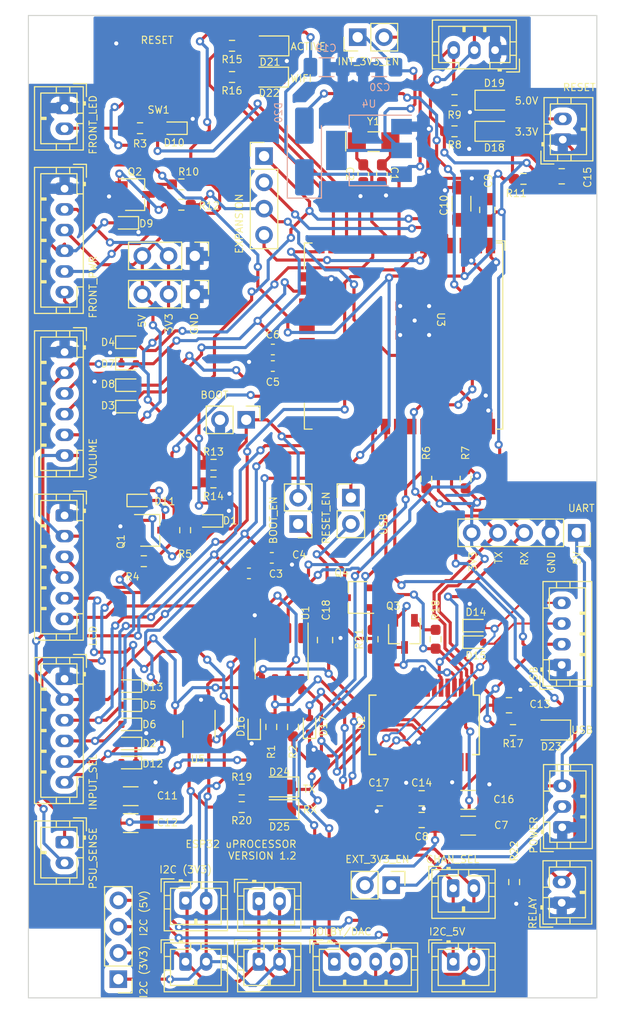
<source format=kicad_pcb>
(kicad_pcb (version 20221018) (generator pcbnew)
  (layers (0 "F.Cu" signal) (31 "B.Cu" signal) (34 "B.Paste" user) (35 "F.Paste" user) (36 "B.SilkS" user "B.Silkscreen") (37 "F.SilkS" user "F.Silkscreen") (38 "B.Mask" user) (39 "F.Mask" user) (44 "Edge.Cuts" user))
  (net 0 "")
  (net 1 "GND")
  (net 2 "3V3")
  (net 3 "SCL")
  (net 4 "SDA")
  (net 5 "DECODER_RESET")
  (net 6 "DECODER_IRQ")
  (net 7 "5V")
  (net 8 "SOFTSTART")
  (net 9 "SDA_5V")
  (net 10 "SCL_5V")
  (net 11 "Net-(U2-3V3OUT)")
  (net 12 "POWER_LED")
  (net 13 "POWER_BUTTON")
  (net 14 "ADC_PSU")
  (net 15 "BACKLIGHT")
  (net 16 "TO_BACKLIGHT")
  (net 17 "Net-(J28-Pin_1)")
  (net 18 "TO_POWER_LED")
  (net 19 "Net-(D18-A)")
  (net 20 "VOLUME_BUTTON")
  (net 21 "INPUT_BUTTON")
  (net 22 "Net-(D19-A)")
  (net 23 "Net-(D21-A)")
  (net 24 "Net-(D22-A)")
  (net 25 "Net-(D23-A)")
  (net 26 "RT_CLK_OUT")
  (net 27 "RT_CLK_IN")
  (net 28 "Net-(D24-A)")
  (net 29 "Net-(D25-A)")
  (net 30 "Net-(J2-Pin_2)")
  (net 31 "Net-(J27-Pin_2)")
  (net 32 "Net-(J29-Pin_1)")
  (net 33 "Net-(Q1-B)")
  (net 34 "Net-(Q2-B)")
  (net 35 "Net-(Q3-B)")
  (net 36 "Net-(Q4-B)")
  (net 38 "USBD+")
  (net 39 "USBD-")
  (net 40 "RX")
  (net 41 "TX")
  (net 45 "ENABLE")
  (net 46 "VOL_CH1")
  (net 47 "VOL_CH2")
  (net 48 "INPUT_CH1")
  (net 49 "INPUT_CH2")
  (net 50 "LED_ACTIVE")
  (net 51 "LED_CONNECTED")
  (net 52 "FRONT_LED")
  (net 53 "BOOT")
  (net 55 "CBUS1")
  (net 57 "CBUS0")
  (net 61 "DTR")
  (net 62 "RTS")
  (net 66 "VBUS")
  (net 67 "ADCIN_1")
  (net 68 "ADCIN_2")
  (net 69 "IO34")
  (net 73 "3V3_IN")
  (net 75 "FROM_POWER_LED")
  (net 77 "FROM_BACKLIGHT")
  (footprint "Connector_JST:JST_PH_B6B-PH-K_1x06_P2.00mm_Vertical" (layer "F.Cu") (at 110.5 60.75 -90)
    (fp_text reference "J12" hide)
    (fp_text value "Conn_01x06_Male")
  )
  (footprint "Capacitor_SMD:C_1206_3216Metric_Pad1.33x1.80mm_HandSolder" (layer "F.Cu") (at 149.55 122.35)
    (fp_text reference "C7")
    (fp_text value "10U")
  )
  (footprint "Capacitor_SMD:C_0805_2012Metric_Pad1.18x1.45mm_HandSolder" (layer "F.Cu") (at 145.05 121.8)
    (fp_text reference "C8")
    (fp_text value "0.1U")
  )
  (footprint "Package_TO_SOT_SMD:TSOT-23" (layer "F.Cu") (at 117.3 61.3)
    (fp_text reference "Q2")
    (fp_text value "2N3055")
  )
  (footprint "Connector_PinHeader_2.54mm:PinHeader_1x02_P2.54mm_Vertical" (layer "F.Cu") (at 138.86 46.1 90)
    (fp_text reference "J28" hide)
    (fp_text value "Conn_01x02_Male" hide)
  )
  (footprint "Diode_SMD:D_SOD-523" (layer "F.Cu") (at 150.3 104.6)
    (fp_text reference "D15")
    (fp_text value "D_TVS")
  )
  (footprint "Resistor_SMD:R_0603_1608Metric_Pad0.98x0.95mm_HandSolder" (layer "F.Cu") (at 126.7 49.95)
    (fp_text reference "R16")
    (fp_text value "430R")
  )
  (footprint "Capacitor_SMD:C_0603_1608Metric_Pad1.08x0.95mm_HandSolder" (layer "F.Cu") (at 130.65 76.3)
    (fp_text reference "C6")
    (fp_text value "10N")
  )
  (footprint "Package_TO_SOT_SMD:TSOT-23" (layer "F.Cu") (at 138.9 100.3 180)
    (fp_text reference "Q4")
    (fp_text value "2N3055")
  )
  (footprint "Espressif:ESP32-WROOM-32UE" (layer "F.Cu") (at 143.3 75 -90)
    (fp_text reference "U3")
    (fp_text value "ESP32-WROOM-32")
  )
  (footprint "MountingHole:MountingHole_3.2mm_M3" (layer "F.Cu") (at 159.5 46.5)
    (fp_text reference "H1" hide)
    (fp_text value "MountingHole")
  )
  (footprint "Capacitor_SMD:C_0603_1608Metric_Pad1.08x0.95mm_HandSolder" (layer "F.Cu") (at 128.3375 97.95 180)
    (fp_text reference "C3")
    (fp_text value "10N")
  )
  (footprint "Capacitor_SMD:C_0805_2012Metric_Pad1.18x1.45mm_HandSolder" (layer "F.Cu") (at 153.5 110.7)
    (fp_text reference "C13")
    (fp_text value "0.1U")
  )
  (footprint "Resistor_SMD:R_0603_1608Metric_Pad0.98x0.95mm_HandSolder" (layer "F.Cu") (at 149.3 88.8125 90)
    (fp_text reference "R7")
    (fp_text value "10K")
  )
  (footprint "MountingHole:MountingHole_3.2mm_M3" (layer "F.Cu") (at 109.5 46.5)
    (fp_text reference "H2" hide)
    (fp_text value "MountingHole")
  )
  (footprint "Connector_JST:JST_PH_B6B-PH-K_1x06_P2.00mm_Vertical" (layer "F.Cu") (at 110.5 108.15 -90)
    (fp_text reference "J24" hide)
    (fp_text value "Conn_01x06_Male")
  )
  (footprint "Diode_SMD:D_SOD-523" (layer "F.Cu") (at 121.1 54.9 180)
    (fp_text reference "D10")
    (fp_text value "D_TVS")
  )
  (footprint "LED_SMD:LED_0805_2012Metric_Pad1.15x1.40mm_HandSolder" (layer "F.Cu") (at 131.3 118.6 180)
    (fp_text reference "D24")
    (fp_text value "YELLOW")
  )
  (footprint "Connector_JST:JST_PH_B2B-PH-K_1x02_P2.00mm_Vertical" (layer "F.Cu") (at 148.1 135.5)
    (fp_text reference "J9" hide)
    (fp_text value "Conn_01x02_Male")
  )
  (footprint "Resistor_SMD:R_0603_1608Metric_Pad0.98x0.95mm_HandSolder" (layer "F.Cu") (at 146.4 104.32 90)
    (fp_text reference "R18")
    (fp_text value "10K")
  )
  (footprint "Capacitor_SMD:C_0805_2012Metric_Pad1.18x1.45mm_HandSolder" (layer "F.Cu") (at 158.6 59.55 180)
    (fp_text reference "C15")
    (fp_text value "0.1U")
  )
  (footprint "LED_SMD:LED_0805_2012Metric_Pad1.15x1.40mm_HandSolder" (layer "F.Cu") (at 157.6 113.1 180)
    (fp_text reference "D23")
    (fp_text value "RED")
  )
  (footprint "Connector_JST:JST_PH_B2B-PH-K_1x02_P2.00mm_Vertical" (layer "F.Cu") (at 158.7 56 90)
    (fp_text reference "J16" hide)
    (fp_text value "Conn_01x02_Male")
  )
  (footprint "Diode_SMD:D_SOD-523" (layer "F.Cu") (at 116.7 75.6)
    (fp_text reference "D4")
    (fp_text value "D_TVS")
  )
  (footprint "Diode_SMD:D_SOD-523" (layer "F.Cu") (at 116.7 108.85 180)
    (fp_text reference "D13")
    (fp_text value "D_TVS")
  )
  (footprint "Capacitor_SMD:C_1206_3216Metric_Pad1.33x1.80mm_HandSolder" (layer "F.Cu") (at 148.9 62.2 90)
    (fp_text reference "C10")
    (fp_text value "10U")
  )
  (footprint "LED_SMD:LED_0805_2012Metric_Pad1.15x1.40mm_HandSolder" (layer "F.Cu") (at 130.3375 46.94 180)
    (fp_text reference "D21")
    (fp_text value "BLUE")
  )
  (footprint "Diode_SMD:D_SOD-523" (layer "F.Cu") (at 116.7 110.7 180)
    (fp_text reference "D5")
    (fp_text value "D_TVS")
  )
  (footprint "Connector_JST:JST_PH_B2B-PH-K_1x02_P2.00mm_Vertical" (layer "F.Cu") (at 110.5 123.95 -90)
    (fp_text reference "J20" hide)
    (fp_text value "Conn_01x02_Male")
  )
  (footprint "Resistor_SMD:R_0603_1608Metric_Pad0.98x0.95mm_HandSolder" (layer "F.Cu") (at 121.8 62.3 180)
    (fp_text reference "R12")
    (fp_text value "1K")
  )
  (footprint "Resistor_SMD:R_0603_1608Metric_Pad0.98x0.95mm_HandSolder" (layer "F.Cu") (at 121.8 60.33)
    (fp_text reference "R10")
    (fp_text value "700R")
  )
  (footprint "Diode_SMD:D_SOD-523" (layer "F.Cu") (at 116.7 116.25 180)
    (fp_text reference "D12")
    (fp_text value "D_TVS")
  )
  (footprint "Connector_JST:JST_PH_B2B-PH-K_1x02_P2.00mm_Vertical" (layer "F.Cu") (at 129.3 129.65)
    (fp_text reference "J14" hide)
    (fp_text value "Conn_01x02_Male")
  )
  (footprint "LED_SMD:LED_0805_2012Metric_Pad1.15x1.40mm_HandSolder" (layer "F.Cu") (at 152.075 52.19)
    (fp_text reference "D19")
    (fp_text value "ORANGE")
  )
  (footprint "Connector_PinHeader_2.54mm:PinHeader_1x02_P2.54mm_Vertical" (layer "F.Cu") (at 138.2 90.625)
    (fp_text reference "J27" hide)
    (fp_text value "Conn_01x02_Male")
  )
  (footprint "Resistor_SMD:R_0603_1608Metric_Pad0.98x0.95mm_HandSolder" (layer "F.Cu") (at 154.9 59.8 180)
    (fp_text reference "R11")
    (fp_text value "10K")
  )
  (footprint "Connector_PinHeader_2.54mm:PinHeader_1x03_P2.54mm_Vertical" (layer "F.Cu") (at 123.1 70.95 -90)
    (fp_text reference "J6" hide)
    (fp_text value "Conn_01x03_Male")
  )
  (footprint "Capacitor_SMD:C_0603_1608Metric_Pad1.08x0.95mm_HandSolder" (layer "F.Cu") (at 139.4 59.3 -90)
    (fp_text reference "C2")
    (fp_text value "10p")
  )
  (footprint "Resistor_SMD:R_0603_1608Metric_Pad0.98x0.95mm_HandSolder" (layer "F.Cu") (at 154 127.8 90)
    (fp_text reference "R22")
    (fp_text value "4K7")
  )
  (footprint "Capacitor_SMD:C_1206_3216Metric_Pad1.33x1.80mm_HandSolder" (layer "F.Cu") (at 116.9 122.1)
    (fp_text reference "C12")
    (fp_text value "10U")
  )
  (footprint "Resistor_SMD:R_0603_1608Metric_Pad0.98x0.95mm_HandSolder" (layer "F.Cu") (at 124.9 89.15)
    (fp_text reference "R14")
    (fp_text value "4.7K")
  )
  (footprint "Capacitor_SMD:C_0805_2012Metric_Pad1.18x1.45mm_HandSolder" (layer "F.Cu") (at 151.4 62.8 90)
    (fp_text reference "C9")
    (fp_text value "10N")
  )
  (footprint "Diode_SMD:D_SOD-523" (layer "F.Cu") (at 116.7 112.55 180)
    (fp_text reference "D6")
    (fp_text value "D_TVS")
  )
  (footprint "Resistor_SMD:R_0603_1608Metric_Pad0.98x0.95mm_HandSolder" (layer "F.Cu") (at 127.6375 118.85)
    (fp_text reference "R19")
    (fp_text value "430R")
  )
  (footprint "Connector_JST:JST_PH_B2B-PH-K_1x02_P2.00mm_Vertical" (layer "F.Cu") (at 158.6 129.8 90)
    (fp_text reference "J17" hide)
    (fp_text value "Conn_01x02_Male")
  )
  (footprint "Connector_PinHeader_2.54mm:PinHeader_1x04_P2.54mm_Vertical" (layer "F.Cu") (at 115.7 137.19 180)
    (fp_text reference "J22" hide)
    (fp_text value "Conn_01x04_Male")
  )
  (footprint "Resistor_SMD:R_0603_1608Metric_Pad0.98x0.95mm_HandSolder" (layer "F.Cu") (at 145.5 88.8125 90)
    (fp_text reference "R6")
    (fp_text value "10K")
  )
  (footprint "Resistor_SMD:R_0603_1608Metric_Pad0.98x0.95mm_HandSolder" (layer "F.Cu") (at 124.9125 87.45)
    (fp_text reference "R13")
    (fp_text value "4.7K")
  )
  (footprint "Resistor_SMD:R_0603_1608Metric_Pad0.98x0.95mm_HandSolder" (layer "F.Cu") (at 153.8875 113.1)
    (fp_text reference "R17")
    (fp_text value "1K")
  )
  (footprint "Diode_SMD:D_SOD-523" (layer "F.Cu") (at 150.3 103)
    (fp_text reference "D14")
    (fp_text value "D_TVS")
  )
  (footprint "Resistor_SMD:R_0603_1608Metric_Pad0.98x0.95mm_HandSolder" (layer "F.Cu") (at 140.3 104.32 90)
    (fp_text reference "R21")
    (fp_text value "10K")
  )
  (footprint "LED_SMD:LED_0805_2012Metric_Pad1.15x1.40mm_HandSolder" (layer "F.Cu") (at 130.3 49.96 180)
    (fp_text reference "D22")
    (fp_text value "YELLOW")
  )
  (footprint "Resistor_SMD:R_0603_1608Metric_Pad0.98x0.95mm_HandSolder" (layer "F.Cu") (at 126.7 46.93)
    (fp_text reference "R15")
    (fp_text value "100R")
  )
  (footprint "Diode_SMD:D_SOD-523" (layer "F.Cu") (at 134.2 112.65 90)
    (fp_text reference "D17")
    (fp_text value "D_TVS")
  )
  (footprint "Capacitor_SMD:C_1206_3216Metric_Pad1.33x1.80mm_HandSolder" (layer "F.Cu") (at 149.55 119.85)
    (fp_text reference "C16")
    (fp_text value "10U")
  )
  (footprint "Connector_JST:JST_PH_B4B-PH-K_1x04_P2.00mm_Vertical" (layer "F.Cu") (at 158.6 106.8 90)
    (fp_text reference "J23" hide)
    (fp_text value "Conn_01x04_Male")
  )
  (footprint "MountingHole:MountingHole_3.2mm_M3" (layer "F.Cu") (at 109.4 136.5)
    (fp_text reference "H4" hide)
    (fp_text value "MountingHole")
  )
  (footprint "Connector_PinHeader_2.54mm:PinHeader_1x04_P2.54mm_Vertical" (layer "F.Cu") (at 129.8 57.6)
    (fp_text reference "J26" hide)
    (fp_text value "Conn_01x04_Male")
  )
  (footprint "Resistor_SMD:R_0603_1608Metric_Pad0.98x0.95mm_HandSolder" (layer "F.Cu") (at 127.6375 120.55)
    (fp_text reference "R20")
    (fp_text value "100R")
  )
  (footprint "Connector_PinHeader_2.54mm:PinHeader_1x03_P2.54mm_Vertical" (layer "F.Cu") (at 123.1 67.25 -90)
    (fp_text reference "J4" hide)
    (fp_text value "Conn_01x03_Male")
  )
  (footprint "Diode_SMD:D_SOD-523" (layer "F.Cu") (at 116.4 64.05 180)
    (fp_text reference "D9")
    (fp_text value "D_TVS")
  )
  (footprint "Resistor_SMD:R_0603_1608Metric_Pad0.98x0.95mm_HandSolder" (layer "F.Cu") (at 130.5 112.8 90)
    (fp_text reference "R1")
    (fp_text value "10K")
  )
  (footprint "Connector_JST:JST_PH_B2B-PH-K_1x02_P2.00mm_Vertical" (layer "F.Cu") (at 148.1 128.4)
    (fp_text reference "J19" hide)
    (fp_text value "Conn_01x02_Male")
  )
  (footprint "Connector_JST:JST_PH_B3B-PH-K_1x03_P2.00mm_Vertical" (layer "F.Cu") (at 152.15 47.35 180)
    (fp_text reference "J5" hide)
    (fp_text value "Conn_01x03_Male")
  )
  (footprint "Package_TO_SOT_SMD:TSOT-23" (layer "F.Cu") (at 118.766958 93.772497)
    (fp_text reference "Q1")
    (fp_text value "2N3055")
  )
  (footprint "Connector_JST:JST_PH_B2B-PH-K_1x02_P2.00mm_Vertical" (layer "F.Cu") (at 122.2 135.5)
    (fp_text reference "J13" hide)
    (fp_text value "Conn_01x02_Male")
  )
  (footprint "Resistor_SMD:R_0603_1608Metric_Pad0.98x0.95mm_HandSolder" (layer "F.Cu") (at 122.166958 93.772497 -90)
    (fp_text reference "R5")
    (fp_text value "1K")
  )
  (footprint "Capacitor_SMD:C_0805_2012Metric_Pad1.18x1.45mm_HandSolder" (layer "F.Cu") (at 141 119.7 180)
    (fp_text reference "C17")
    (fp_text value "0.1U")
  )
  (footprint "Connector_PinSocket_2.54mm:PinSocket_1x05_P2.54mm_Vertical" (layer "F.Cu") (at 160.05 94.025 -90)
    (fp_text reference "J3" hide)
    (fp_text value "Conn_01x05_Male")
  )
  (footprint "Resistor_SMD:R_0603_1608Metric_Pad0.98x0.95mm_HandSolder" (layer "F.Cu") (at 117.8 54.9)
    (fp_text reference "R3")
    (fp_text value "300R")
  )
  (footprint "Capacitor_SMD:C_0805_2012Metric_Pad1.18x1.45mm_HandSolder" (layer "F.Cu") (at 135.7 104.4 90)
    (fp_text reference "C18")
    (fp_text value "10N")
  )
  (footprint "Diode_SMD:D_SOD-523" (layer "F.Cu") (at 117.8 90.9)
    (fp_text reference "D11")
    (fp_text value "D_TVS")
  )
  (footprint "Capacitor_SMD:C_1206_3216Metric_Pad1.33x1.80mm_HandSolder" (layer "F.Cu") (at 116.9 119.5)
    (fp_text reference "C11")
    (fp_text value "10U")
  )
  (footprint "Components:Button Aliexpress 4x4" (layer "F.Cu") (at 119.6 53.625)
    (fp_text reference "SW1")
    (fp_text value "SW_Push")
  )
  (footprint "Diode_SMD:D_SOD-523" (layer "F.Cu") (at 116.7 79.75)
    (fp_text reference "D8")
    (fp_text value "D_TVS")
  )
  (footprint "Capacitor_SMD:C_0603_1608Metric_Pad1.08x0.95mm_HandSolder" (layer "F.Cu") (at 130.65 77.9)
    (fp_text reference "C5")
    (fp_text value "10N")
  )
  (footprint "Connector_JST:JST_PH_B2B-PH-K_1x02_P2.00mm_Vertical" (layer "F.Cu") (at 129.3 135.5)
    (fp_text reference "J18" hide)
    (fp_text value "Conn_01x02_Male")
  )
  (footprint "Crystal:Crystal_SMD_EuroQuartz_EQ161-2Pin_3.2x1.5mm_HandSoldering" (layer "F.Cu") (at 140.4 56.2)
    (fp_text reference "Y1")
    (fp_text value "Crystal")
  )
  (footprint "Diode_SMD:D_SOD-523" (layer "F.Cu") (at 116.7 77.675)
    (fp_text reference "D7")
    (fp_text value "D_TVS")
  )
  (footprint "Connector_JST:JST_PH_B2B-PH-K_1x02_P2.00mm_Vertical" (layer "F.Cu") (at 122.2 129.6)
    (fp_text reference "J15" hide)
    (fp_text value "Conn_01x02_Male")
  )
  (footprint "Capacitor_SMD:C_0603_1608Metric_Pad1.08x0.95mm_HandSolder" (layer "F.Cu") (at 130.55 96.45 180)
    (fp_text reference "C4")
    (fp_text value "10N")
  )
  (footprint "Connector_JST:JST_PH_B6B-PH-K_1x06_P2.00mm_Vertical" (layer "F.Cu") (at 110.5 92.35 -90)
    (fp_text reference "J1" hide)
    (fp_text value "Conn_01x06_Male")
  )
  (footprint "Connector_JST:JST_PH_B3B-PH-K_1x03_P2.00mm_Vertical" (layer "F.Cu") (at 158.65 122.5 90)
    (fp_text reference "J7" hide)
    (fp_text value "Conn_01x03_Male")
  )
  (footprint "LED_SMD:LED_0805_2012Metric_Pad1.15x1.40mm_HandSolder" (layer "F.Cu") (at 131.3 120.8 180)
    (fp_text reference "D25")
    (fp_text value "BLUE")
  )
  (footprint "Package_TO_SOT_SMD:TSOT-23" (layer "F.Cu") (at 143.4 103.8 -90)
    (fp_text reference "Q3")
    (fp_text value "2N3055")
  )
  (footprint "Connector_PinHeader_2.54mm:PinHeader_1x02_P2.54mm_Vertical" (layer "F.Cu") (at 133.1 93.175 180)
    (fp_text reference "J29" hide)
    (fp_text value "Conn_01x02_Male")
  )
  (footprint "Resistor_SMD:R_0603_1608Metric_Pad0.98x0.95mm_HandSolder" (layer "F.Cu") (at 118.166958 96.772497 180)
    (fp_text reference "R4")
    (fp_text value "100R")
  )
  (footprint "Connector_PinHeader_2.54mm:PinHeader_1x02_P2.54mm_Vertical" (layer "F.Cu") (at 128.075 83.1 -90)
    (fp_text reference "J10" hide)
    (fp_text value "Conn_01x02_Male")
  )
  (footprint "Diode_SMD:D_SOD-523" (layer "F.Cu") (at 116.7 81.825)
    (fp_text reference "D3")
    (fp_text value "D_TVS")
  )
  (footprint "Diode_SMD:D_SOD-523" (layer "F.Cu") (at 124.55 92.875 180)
    (fp_text reference "D1")
    (fp_text value "D_TVS")
  )
  (footprint "Capacitor_SMD:C_0805_2012Metric_Pad1.18x1.45mm_HandSolder" (layer "F.Cu") (at 145.05 119.7)
    (fp_text reference "C14")
    (fp_text value "0.1U")
  )
  (footprint "Resistor_SMD:R_0603_1608Metric_Pad0.98x0.95mm_HandSolder" (layer "F.Cu") (at 148.2275 55.2)
    (fp_text reference "R8")
    (fp_text value "430R")
  )
  (footprint "LED_SMD:LED_0805_2012Metric_Pad1.15x1.40mm_HandSolder" (layer "F.Cu") (at 152.075 55.2)
    (fp_text reference "D18")
    (fp_text value "YELLOW")
  )
  (footprint "Connector_JST:JST_PH_B2B-PH-K_1x02_P2.00mm_Vertical" (layer "F.Cu") (at 110.5 52.95 -90)
    (fp_text reference "J2" hide)
    (fp_text value "Conn_01x02_Male")
  )
  (footprint "Resistor_SMD:R_0603_1608Metric_Pad0.98x0.95mm_HandSolder" (layer "F.Cu") (at 148.2275 52.18)
    (fp_text reference "R9")
    (fp_text value "1000R")
  )
  (footprint "Resistor_SMD:R_0603_1608Metric_Pad0.98x0.95mm_HandSolder" (layer "F.Cu") (at 132.6 112.8 90)
    (fp_text reference "R2")
    (fp_text value "10K")
  )
  (footprint "Package_SO:SOIC-8_3.9x4.9mm_P1.27mm" (layer "F.Cu") (at 131.5 106.2 -90)
    (fp_text reference "U1")
    (fp_text value "TCA9517DR")
  )
  (footprint "MountingHole:MountingHole_3.2mm_M3" (layer "F.Cu") (at 159.4 136.5)
    (fp_text reference "H3" hide)
    (fp_text value "MountingHole")
  )
  (footprint "Connector_JST:JST_PH_B6B-PH-K_1x06_P2.00mm_Vertical" (layer "F.Cu") (at 110.5 76.55 -90)
    (fp_text reference "J11" hide)
    (fp_text value "Conn_01x06_Male")
  )
  (footprint "Connector_JST:JST_PH_B4B-PH-K_1x04_P2.00mm_Vertical" (layer "F.Cu") (at 136.6 135.5)
    (fp_text reference "J25" hide)
    (fp_text value "Conn_01x04_Male")
  )
  (footprint "Package_SO:SSOP-28_5.3x10.2mm_P0.65mm" (layer "F.Cu") (at 145.3 112.6 -90)
    (fp_text reference "U2")
    (fp_text value "FT232RL")
  )
  (footprint "Diode_SMD:D_SOD-523" (layer "F.Cu") (at 116.7 114.4 180)
    (fp_text reference "D2")
    (fp_text value "D_TVS")
  )
  (footprint "Capacitor_SMD:C_0603_1608Metric_Pad1.08x0.95mm_HandSolder" (layer "F.Cu") (at 141.2 59.3 -90)
    (fp_text reference "C1")
    (fp_text value "10p")
  )
  (footprint "Diode_SMD:D_SOD-523" (layer "F.Cu") (at 128.85 112.75 90)
    (fp_text reference "D16")
    (fp_text value "D_TVS")
  )
  (footprint "Connector_PinHeader_2.54mm:PinHeader_1x02_P2.54mm_Vertical" (layer "F.Cu") (at 142.1 128.1 -90)
    (fp_text reference "J8" hide)
    (fp_text value "Conn_01x02_Male")
  )
  (footprint "Package_TO_SOT_SMD:SOT-23-6" (layer "F.Cu") (at 123.5 113 -90)
    (fp_text reference "U5")
    (fp_text value "TMP100")
  )
  (footprint "Package_TO_SOT_SMD:SOT-223-3_TabPin2" (layer "B.Cu") (at 139.95 57.05 180)
    (fp_text reference "U4")
    (fp_text value "AMS1117-3.3")
  )
  (footprint "Capacitor_SMD:C_1206_3216Metric_Pad1.33x1.80mm_HandSolder" (layer "B.Cu") (at 140.95 49 180)
    (fp_text reference "C20")
    (fp_text value "10U")
  )
  (footprint "Capacitor_SMD:C_1206_3216Metric_Pad1.33x1.80mm_HandSolder" (layer "B.Cu") (at 135.85 49)
    (fp_text reference "C19")
    (fp_text value "10U")
  )
  (footprint "Diode_SMD:D_SMA_Handsoldering" (layer "B.Cu") (at 133.7 57.15 90)
    (fp_text reference "D20")
    (fp_text value "D_Schottky")
  )
  (gr_line (start 162 139) (end 107 139) (stroke (width 0.1)) (layer "Edge.Cuts"))
  (gr_line (start 162 44) (end 107 44) (stroke (width 0.1)) (layer "Edge.Cuts"))
  (gr_line (start 107 139) (end 107 44) (stroke (width 0.1)) (layer "Edge.Cuts"))
  (gr_line (start 162 139) (end 162 44) (stroke (width 0.1)) (layer "Edge.Cuts"))
  (gr_text "GND" (at 157.6 98.033333 90) (layer "F.SilkS") (effects (font (size 0.7 0.7) (thickness 0.1)) (justify left)))
  (gr_text "BOOT_EN" (at 130.7 95.175 90) (layer "F.SilkS") (effects (font (size 0.7 0.7) (thickness 0.1)) (justify left)))
  (gr_text "TX\n" (at 133.5 118.8) (layer "F.SilkS") (effects (font (size 0.7 0.7) (thickness 0.1)) (justify left)))
  (gr_text "RESET" (at 158.65 50.95) (layer "F.SilkS") (effects (font (size 0.7 0.7) (thickness 0.1)) (justify left)))
  (gr_text "INT_3V3_EN" (at 136.85 48.45) (layer "F.SilkS") (effects (font (size 0.7 0.7) (thickness 0.1)) (justify left)))
  (gr_text "INPUT_SEL" (at 113.25 115.35 90) (layer "F.SilkS") (effects (font (size 0.7 0.7) (thickness 0.1)) (justify right)))
  (gr_text "GND\n" (at 123.05 74.95 90) (layer "F.SilkS") (effects (font (size 0.7 0.7) (thickness 0.1)) (justify left)))
  (gr_text "3V3" (at 120.6 74.8 90) (layer "F.SilkS") (effects (font (size 0.7 0.7) (thickness 0.1)) (justify left)))
  (gr_text "I2C_5V" (at 145.7 132.6) (layer "F.SilkS") (effects (font (size 0.7 0.7) (thickness 0.1)) (justify left)))
  (gr_text "BOOT" (at 123.585 80.7) (layer "F.SilkS") (effects (font (size 0.7 0.7) (thickness 0.1)) (justify left)))
  (gr_text "USB" (at 155.9 109.1 90) (layer "F.SilkS") (effects (font (size 0.7 0.7) (thickness 0.1)) (justify left)))
  (gr_text "3V3" (at 150 97.833333 90) (layer "F.SilkS") (effects (font (size 0.7 0.7) (thickness 0.1)) (justify left)))
  (gr_text "RESET" (at 117.804446 46.382729) (layer "F.SilkS") (effects (font (size 0.7 0.7) (thickness 0.1)) (justify left)))
  (gr_text "5.0V" (at 154 52.25) (layer "F.SilkS") (effects (font (size 0.7 0.7) (thickness 0.1)) (justify left)))
  (gr_text "UART" (at 159.15 91.65) (layer "F.SilkS") (effects (font (size 0.7 0.7) (thickness 0.1)) (justify left)))
  (gr_text "DOLBY/DAC" (at 134.1 132.6) (layer "F.SilkS") (effects (font (size 0.7 0.7) (thickness 0.1)) (justify left)))
  (gr_text "TX" (at 152.5 97.1 90) (layer "F.SilkS") (effects (font (size 0.7 0.7) (thickness 0.1)) (justify left)))
  (gr_text "LCD\n" (at 113.25 102.95 90) (layer "F.SilkS") (effects (font (size 0.7 0.7) (thickness 0.1)) (justify right)))
  (gr_text "PSU_SENSE" (at 113.25 128.55 90) (layer "F.SilkS") (effects (font (size 0.7 0.7) (thickness 0.1)) (justify left)))
  (gr_text "POWER" (at 155.9 125.1 90) (layer "F.SilkS") (effects (font (size 0.7 0.7) (thickness 0.1)) (justify left)))
  (gr_text "WIFI" (at 132.3 50.1) (layer "F.SilkS") (effects (font (size 0.7 0.7) (thickness 0.1)) (justify left)))
  (gr_text "RX\n" (at 133.5 120.8) (layer "F.SilkS") (effects (font (size 0.7 0.7) (thickness 0.1)) (justify left)))
  (gr_text "RESET_EN" (at 135.8 95.175 90) (layer "F.SilkS") (effects (font (size 0.7 0.7) (thickness 0.1)) (justify left)))
  (gr_text "RX" (at 155 97.266667 90) (layer "F.SilkS") (effects (font (size 0.7 0.7) (thickness 0.1)) (justify left)))
  (gr_text "VOLUME" (at 113.25 89 90) (layer "F.SilkS") (effects (font (size 0.7 0.7) (thickness 0.1)) (justify left)))
  (gr_text "ACTIVE" (at 132.3 47) (layer "F.SilkS") (effects (font (size 0.7 0.7) (thickness 0.1)) (justify left)))
  (gr_text "EXPANSION" (at 127.4 67.1 90) (layer "F.SilkS") (effects (font (size 0.7 0.7) (thickness 0.1)) (justify left)))
  (gr_text "RELAY\n" (at 155.8 132.4 90) (layer "F.SilkS") (effects (font (size 0.7 0.7) (thickness 0.1)) (justify left)))
  (gr_text "USB" (at 141.35 94.3 90) (layer "F.SilkS") (effects (font (size 0.7 0.7) (thickness 0.1)) (justify left)))
  (gr_text "I2C (3V3)" (at 119.6 126.6) (layer "F.SilkS") (effects (font (size 0.7 0.7) (thickness 0.1)) (justify left)))
  (gr_text "FRONT_PWR\n" (at 113.25 73.35 90) (layer "F.SilkS") (effects (font (size 0.7 0.7) (thickness 0.1)) (justify left)))
  (gr_text "5V" (at 160.1 97.166667 90) (layer "F.SilkS") (effects (font (size 0.7 0.7) (thickness 0.1)) (justify left)))
  (gr_text "CHAN_SEL" (at 145.4 125.6) (layer "F.SilkS") (effects (font (size 0.7 0.7) (thickness 0.1)) (justify left)))
  (gr_text "I2C (5V)" (at 118.15 133.1 90) (layer "F.SilkS") (effects (font (size 0.7 0.7) (thickness 0.1)) (justify left)))
  (gr_text "FRONT_LED" (at 113.25 57.5 90) (layer "F.SilkS") (effects (font (size 0.7 0.7) (thickness 0.1)) (justify left)))
  (gr_text "ESP32 uPROCESSOR\nVERSION 1.2" (at 133 124.7) (layer "F.SilkS") (effects (font (size 0.7 0.7) (thickness 0.1)) (justify right)))
  (gr_text "3.3V" (at 154 55.25) (layer "F.SilkS") (effects (font (size 0.7 0.7) (thickness 0.1)) (justify left)))
  (gr_text "I2C (3V3)" (at 118.15 139.1 90) (layer "F.SilkS") (effects (font (size 0.7 0.7) (thickness 0.1)) (justify left)))
  (gr_text "EXT_3V3_EN" (at 137.6 125.6) (layer "F.SilkS") (effects (font (size 0.7 0.7) (thickness 0.1)) (justify left)))
  (gr_text "5V" (at 118 74.25 90) (layer "F.SilkS") (effects (font (size 0.7 0.7) (thickness 0.1)) (justify left)))
  (gr_text "USB" (at 159.46 113.1) (layer "F.SilkS") (effects (font (size 0.7 0.7) (thickness 0.1)) (justify left)))
  (segment (start 128.85 114.15) (end 128.6 114.4) (width 0.3) (layer "F.Cu") (net 1))
  (segment (start 149.9 59.75) (end 146.402073 59.75) (width 0.3) (layer "F.Cu") (net 1))
  (segment (start 147.5625 60.6375) (end 147.3 60.9) (width 0.3) (layer "F.Cu") (net 1))
  (segment (start 145.2875 120.7375) (end 145.25 120.7) (width 0.3) (layer "F.Cu") (net 1))
  (segment (start 149.6 101) (end 149.7 100.9) (width 0.3) (layer "F.Cu") (net 1))
  (segment (start 135.7 103.3625) (end 136.3625 103.3625) (width 0.3) (layer "F.Cu") (net 1))
  (segment (start 148.225 116.2) (end 148.225 117.925) (width 0.3) (layer "F.Cu") (net 1))
  (segment (start 146.0875 119.7) (end 146.0875 120.7375) (width 0.3) (layer "F.Cu") (net 1))
  (segment (start 117.1 64.05) (end 117.1 64.4) (width 0.3) (layer "F.Cu") (net 1))
  (segment (start 117.4 114.4) (end 117.4 116.25) (width 0.3) (layer "F.Cu") (net 1))
  (segment (start 131.0375 47.4375) (end 132 48.4) (width 0.3) (layer "F.Cu") (net 1))
  (segment (start 143.025 116.2) (end 143.025 117.675) (width 0.3) (layer "F.Cu") (net 1))
  (segment (start 154.5375 109.2625) (end 154.6 109.2) (width 0.3) (layer "F.Cu") (net 1))
  (segment (start 151.1125 119.85) (end 151.1125 118.8375) (width 0.3) (layer "F.Cu") (net 1))
  (segment (start 145.7495 56.7005) (end 145.65 56.8) (width 0.3) (layer "F.Cu") (net 1))
  (segment (start 149.6 104.6) (end 149.6 103) (width 0.3) (layer "F.Cu") (net 1))
  (segment (start 118.4625 122.1) (end 118.4625 119.5) (width 0.3) (layer "F.Cu") (net 1))
  (segment (start 142.97 73.5) (end 144.37 73.5) (width 0.3) (layer "F.Cu") (net 1))
  (segment (start 142.97 74.9) (end 144.37 74.9) (width 0.3) (layer "F.Cu") (net 1))
  (segment (start 116.7 47.9) (end 115.5 46.7) (width 0.3) (layer "F.Cu") (net 1))
  (segment (start 129.7875 77.9) (end 129.3875 77.5) (width 0.3) (layer "F.Cu") (net 1))
  (segment (start 118.4625 118.987) (end 119.3 118.1495) (width 0.3) (layer "F.Cu") (net 1))
  (segment (start 159.6375 59.55) (end 159.6375 56.9375) (width 0.3) (layer "F.Cu") (net 1))
  (segment (start 146.0875 120.7375) (end 146.0875 121.8) (width 0.3) (layer "F.Cu") (net 1))
  (segment (start 113.75 79.75) (end 113.4 79.4) (width 0.3) (layer "F.Cu") (net 1))
  (segment (start 117.4 108.85) (end 117.4 110.7) (width 0.3) (layer "F.Cu") (net 1))
  (segment (start 150.025 61.7625) (end 148.9 60.6375) (width 0.3) (layer "F.Cu") (net 1))
  (segment (start 117.1 90.9) (end 115.9 92.1) (width 0.3) (layer "F.Cu") (net 1))
  (segment (start 125.8125 89.6125) (end 126.45 90.25) (width 0.3) (layer "F.Cu") (net 1))
  (segment (start 151.1125 122.35) (end 151.1125 119.85) (width 0.3) (layer "F.Cu") (net 1))
  (segment (start 143.025 117.675) (end 143.55 118.2) (width 0.3) (layer "F.Cu") (net 1))
  (segment (start 129.595 102.695) (end 128.9 102) (width 0.3) (layer "F.Cu") (net 1))
  (segment (start 142.97 72.1) (end 142.97 73.5) (width 0.3) (layer "F.Cu") (net 1))
  (segment (start 115.938 81.825) (end 115.3 82.463) (width 0.3) (layer "F.Cu") (net 1))
  (segment (start 125.8125 89.15) (end 125.8125 89.6125) (width 0.3) (layer "F.Cu") (net 1))
  (segment (start 151.75 83.85) (end 151.75 82.45) (width 0.3) (layer "F.Cu") (net 1))
  (segment (start 136.19 69.39) (end 136.3 69.5) (width 0.3) (layer "F.Cu") (net 1))
  (segment (start 123.5 111.8625) (end 123.5 110.373455) (width 0.3) (layer "F.Cu") (net 1))
  (segment (start 149.6 103) (end 149.6 101) (width 0.3) (layer "F.Cu") (net 1))
  (segment (start 151.25 80.75) (end 151.25 69.1) (width 0.3) (layer "F.Cu") (net 1))
  (segment (start 145.65 58.997927) (end 145.760517 59.108444) (width 0.3) (layer "F.Cu") (net 1))
  (segment (start 129.2 97.95) (end 129.9125 97.95) (width 0.3) (layer "F.Cu") (net 1))
  (segment (start 151.25 69.1) (end 149.85 67.7) (width 0.3) (layer "F.Cu") (net 1))
  (segment (start 144.975 114.515045) (end 144.766745 114.30679) (width 0.3) (layer "F.Cu") (net 1))
  (segment (start 125.25 92.875) (end 125.425 92.875) (width 0.3) (layer "F.Cu") (net 1))
  (segment (start 123.5 111.8625) (end 122.55 111.8625) (width 0.3) (layer "F.Cu") (net 1))
  (segment (start 141.2 60.1625) (end 141.2 61) (width 0.3) (layer "F.Cu") (net 1))
  (segment (start 117.4 110.7) (end 117.4 112.55) (width 0.3) (layer "F.Cu") (net 1))
  (segment (start 129.9125 97.95) (end 131.4125 96.45) (width 0.3) (layer "F.Cu") (net 1))
  (segment (start 145.77 73.5) (end 145.77 74.9) (width 0.3) (layer "F.Cu") (net 1))
  (segment (start 145.625 109) (end 145.625 107.725) (width 0.3) (layer "F.Cu") (net 1))
  (segment (start 146.0875 120.7375) (end 145.2875 120.7375) (width 0.3) (layer "F.Cu") (net 1))
  (segment (start 154.5375 110.7) (end 154.5375 109.2625) (width 0.3) (layer "F.Cu") (net 1))
  (segment (start 150.918 52.15) (end 149.718 53.35) (width 0.3) (layer "F.Cu") (net 1))
  (segment (start 144.37 73.5) (end 145.77 73.5) (width 0.3) (layer "F.Cu") (net 1))
  (segment (start 144.37 74.9) (end 145.77 74.9) (width 0.3) (layer "F.Cu") (net 1))
  (segment (start 151.75 82.45) (end 151.5 82.2) (width 0.3) (layer "F.Cu") (net 1))
  (segment (start 155.5375 111.4) (end 154.77 110.6325) (width 0.3) (layer "F.Cu") (net 1))
  (segment (start 145.7495 54.961399) (end 145.7495 56.7005) (width 0.3) (layer "F.Cu") (net 1))
  (segment (start 123.5 111.8625) (end 123.5 114.1375) (width 0.3) (layer "F.Cu") (net 1))
  (segment (start 131 49.4) (end 132 48.4) (width 0.3) (layer "F.Cu") (net 1))
  (segment (start 151.4 61.7625) (end 150.025 61.7625) (width 0.3) (layer "F.Cu") (net 1))
  (segment (start 115.7 76.6) (end 114.9 76.6) (width 0.3) (layer "F.Cu") (net 1))
  (segment (start 116 76.3) (end 115.7 76.6) (width 0.3) (layer "F.Cu") (net 1))
  (segment (start 154 129.7) (end 154.2 129.9) (width 0.3) (layer "F.Cu") (net 1))
  (segment (start 116 79.75) (end 113.75 79.75) (width 0.3) (layer "F.Cu") (net 1))
  (segment (start 134.2 114.6) (end 134.6 115) (width 0.3) (layer "F.Cu") (net 1))
  (segment (start 136.3625 103.3625) (end 137.2 104.2) (width 0.3) (layer "F.Cu") (net 1))
  (segment (start 116.9 47.9) (end 121.9 47.9) (width 0.3) (layer "F.Cu") (net 1))
  (segment (start 117.1 64.4) (end 117.65 64.95) (width 0.3) (layer "F.Cu") (net 1))
  (segment (start 158.2375 112.7125) (end 156.925 111.4) (width 0.3) (layer "F.Cu") (net 1))
  (segment (start 145.77 72.1) (end 144.37 72.1) (width 0.3) (layer "F.Cu") (net 1))
  (segment (start 139.4 60.1625) (end 139.4 61.2) (width 0.3) (layer "F.Cu") (net 1))
  (segment (start 117.55 112.55) (end 118.4 113.4) (width 0.3) (layer "F.Cu") (net 1))
  (segment (start 121.8 54.9) (end 122 54.9) (width 0.3) (layer "F.Cu") (net 1))
  (segment (start 145.65 56.8) (end 145.65 58.997927) (width 0.3) (layer "F.Cu") (net 1))
  (segment (start 129.595 103.725) (end 129.595 102.695) (width 0.3) (layer "F.Cu") (net 1))
  (segment (start 131.85 96.45) (end 132.5 97.1) (width 0.3) (layer "F.Cu") (net 1))
  (segment (start 159.6375 56.9375) (end 158.7 56) (width 0.3) (layer "F.Cu") (net 1))
  (segment (start 148.9 60.6375) (end 147.5625 60.6375) (width 0.3) (layer "F.Cu") (net 1))
  (segment (start 151.1125 118.8375) (end 151.6 118.35) (width 0.3) (layer "F.Cu") (net 1))
  (segment (start 122 54.9) (end 122.9 54) (width 0.3) (layer "F.Cu") (net 1))
  (segment (start 117.222497 94.722497) (end 115.9 93.4) (width 0.3) (layer "F.Cu") (net 1))
  (segment (start 144.975 116.2) (end 144.975 114.515045) (width 0.3) (layer "F.Cu") (net 1))
  (segment (start 139.9625 120.2125) (end 140.7 120.95) (width 0.3) (layer "F.Cu") (net 1))
  (segment (start 129.7875 76.3) (end 129.7875 77.9) (width 0.3) (layer "F.Cu") (net 1))
  (segment (start 129.3875 77.5) (end 128.35 77.5) (width 0.3) (layer "F.Cu") (net 1))
  (segment (start 146.402073 59.75) (end 145.760517 59.108444) (width 0.3) (layer "F.Cu") (net 1))
  (segment (start 151.75 67.370369) (end 152.2505 67.870869) (width 0.3) (layer "F.Cu") (net 1))
  (segment (start 139.4 61.2) (end 139.129977 61.470023) (width 0.3) (layer "F.Cu") (net 1))
  (segment (start 144.37 72.1) (end 142.97 72.1) (width 0.3) (layer "F.Cu") (net 1))
  (segment (start 131 49.96) (end 131 49.4) (width 0.3) (layer "F.Cu") (net 1))
  (segment (start 150.8775 55.6725) (end 149.65 56.9) (width 0.3) (layer "F.Cu") (net 1))
  (segment (start 151.75 66.35) (end 151.75 67.370369) (width 0.3) (layer "F.Cu") (net 1))
  (segment (start 147.575 116.2) (end 148.225 116.2) (width 0.3) (layer "F.Cu") (net 1))
  (segment (start 156.925 111.4) (end 155.5375 111.4) (width 0.3) (layer "F.Cu") (net 1))
  (segment (start 116 75.6) (end 116 76.3) (width 0.3) (layer "F.Cu") (net 1))
  (segment (start 116 76.3) (end 116 77.675) (width 0.3) (layer "F.Cu") (net 1))
  (segment (start 123.5 110.373455) (end 123.7005 110.172955) (width 0.3) (layer "F.Cu") (net 1))
  (segment (start 154 128.7125) (end 154 129.7) (width 0.3) (layer "F.Cu") (net 1))
  (segment (start 125.425 92.875) (end 126.4 91.9) (width 0.3) (layer "F.Cu") (net 1))
  (segment (start 115.9 92.1) (end 115.9 93.4) (width 0.3) (layer "F.Cu") (net 1))
  (segment (start 131.4125 96.45) (end 131.85 96.45) (width 0.3) (layer "F.Cu") (net 1))
  (segment (start 117.4 112.55) (end 117.4 114.4) (width 0.3) (layer "F.Cu") (net 1))
  (segment (start 141.2 61) (end 141.6 61.4) (width 0.3) (layer "F.Cu") (net 1))
  (segment (start 148.225 117.925) (end 148 118.15) (width 0.3) (layer "F.Cu") (net 1))
  (segment (start 145.625 107.725) (end 145.1 107.2) (width 0.3) (layer "F.Cu") (net 1))
  (segment (start 128.85 113.45) (end 128.85 114.15) (width 0.3) (layer "F.Cu") (net 1))
  (segment (start 115.55 62.25) (end 114.8 61.5) (width 0.3) (layer "F.Cu") (net 1))
  (segment (start 134.2 113.35) (end 134.2 114.6) (width 0.3) (layer "F.Cu") (net 1))
  (segment (start 133.99 69.39) (end 136.19 69.39) (width 0.3) (layer "F.Cu") (net 1))
  (via (at 132.5 97.1) (size 0.8) (drill 0.4) (layers "F.Cu" "B.Cu") (net 1))
  (via (at 118.4 113.4) (size 0.8) (drill 0.4) (layers "F.Cu" "B.Cu") (net 1))
  (via (at 139.129977 61.470023) (size 0.8) (drill 0.4) (layers "F.Cu" "B.Cu") (net 1))
  (via (at 145.760517 59.108444) (size 0.8) (drill 0.4) (layers "F.Cu" "B.Cu") (net 1))
  (via (at 126.45 90.25) (size 0.8) (drill 0.4) (layers "F.Cu" "B.Cu") (net 1))
  (via (at 145.1 107.2) (size 0.8) (drill 0.4) (layers "F.Cu" "B.Cu") (net 1))
  (via (at 122.9 54) (size 0.8) (drill 0.4) (layers "F.Cu" "B.Cu") (net 1))
  (via (at 142.97 74.9) (size 0.8) (drill 0.4) (layers "F.Cu" "B.Cu") (net 1))
  (via (at 152.2505 67.870869) (size 0.8) (drill 0.4) (layers "F.Cu" "B.Cu") (net 1))
  (via (at 145.77 74.9) (size 0.8) (drill 0.4) (layers "F.Cu" "B.Cu") (net 1))
  (via (at 126.4 91.9) (size 0.8) (drill 0.4) (layers "F.Cu" "B.Cu") (net 1))
  (via (at 137.2 104.2) (size 0.8) (drill 0.4) (layers "F.Cu" "B.Cu") (net 1))
  (via (at 144.766745 114.30679) (size 0.8) (drill 0.4) (layers "F.Cu" "B.Cu") (net 1))
  (via (at 128.35 77.5) (size 0.8) (drill 0.4) (layers "F.Cu" "B.Cu") (net 1))
  (via (at 154.2 129.9) (size 0.8) (drill 0.4) (layers "F.Cu" "B.Cu") (net 1))
  (via (at 115.9 93.4) (size 0.8) (drill 0.4) (layers "F.Cu" "B.Cu") (net 1))
  (via (at 119.3 118.1495) (size 0.8) (drill 0.4) (layers "F.Cu" "B.Cu") (net 1))
  (via (at 113.4 79.4) (size 0.8) (drill 0.4) (layers "F.Cu" "B.Cu") (net 1))
  (via (at 142.97 72.1) (size 0.8) (drill 0.4) (layers "F.Cu" "B.Cu") (net 1))
  (via (at 148 118.15) (size 0.8) (drill 0.4) (layers "F.Cu" "B.Cu") (net 1))
  (via (at 136.3 69.5) (size 0.8) (drill 0.4) (layers "F.Cu" "B.Cu") (net 1))
  (via (at 149.7 100.9) (size 0.8) (drill 0.4) (layers "F.Cu" "B.Cu") (net 1))
  (via (at 149.718 53.35) (size 0.8) (drill 0.4) (layers "F.Cu" "B.Cu") (net 1))
  (via (at 145.7495 54.961399) (size 0.8) (drill 0.4) (layers "F.Cu" "B.Cu") (net 1))
  (via (at 151.25 80.75) (size 0.8) (drill 0.4) (layers "F.Cu" "B.Cu") (net 1))
  (via (at 154.6 109.2) (size 0.8) (drill 0.4) (layers "F.Cu" "B.Cu") (net 1))
  (via (at 132 48.4) (size 0.8) (drill 0.4) (layers "F.Cu" "B.Cu") (net 1))
  (via (at 145.77 72.1) (size 0.8) (drill 0.4) (layers "F.Cu" "B.Cu") (net 1))
  (via (at 147.3 60.9) (size 0.8) (drill 0.4) (layers "F.Cu" "B.Cu") (net 1))
  (via (at 145.25 120.7) (size 0.8) (drill 0.4) (layers "F.Cu" "B.Cu") (net 1))
  (via (at 149.65 56.9) (size 0.8) (drill 0.4) (layers "F.Cu" "B.Cu") (net 1))
  (via (at 151.6 118.35) (size 0.8) (drill 0.4) (layers "F.Cu" "B.Cu") (net 1))
  (via (at 114.8 61.5) (size 0.8) (drill 0.4) (layers "F.Cu" "B.Cu") (net 1))
  (via (at 144.37 73.5) (size 0.8) (drill 0.4) (layers "F.Cu" "B.Cu") (net 1))
  (via (at 151.5 82.2) (size 0.8) (drill 0.4) (layers "F.Cu" "B.Cu") (net 1))
  (via (at 115.3 82.463) (size 0.8) (drill 0.4) (layers "F.Cu" "B.Cu") (net 1))
  (via (at 141.6 61.4) (size 0.8) (drill 0.4) (layers "F.Cu" "B.Cu") (net 1))
  (via (at 149.85 67.7) (size 0.8) (drill 0.4) (layers "F.Cu" "B.Cu") (net 1))
  (via (at 128.6 114.4) (size 0.8) (drill 0.4) (layers "F.Cu" "B.Cu") (net 1))
  (via (at 123.7005 110.172955) (size 0.8) (drill 0.4) (layers "F.Cu" "B.Cu") (net 1))
  (via (at 149.9 59.75) (size 0.8) (drill 0.4) (layers "F.Cu" "B.Cu") (net 1))
  (via (at 140.7 120.95) (size 0.8) (drill 0.4) (layers "F.Cu" "B.Cu") (net 1))
  (via (at 114.9 76.6) (size 0.8) (drill 0.4) (layers "F.Cu" "B.Cu") (net 1))
  (via (at 143.55 118.2) (size 0.8) (drill 0.4) (layers "F.Cu" "B.Cu") (net 1))
  (via (at 134.6 115) (size 0.8) (drill 0.4) (layers "F.Cu" "B.Cu") (net 1))
  (via (at 115.5 46.7) (size 0.8) (drill 0.4) (layers "F.Cu" "B.Cu") (net 1))
  (via (at 128.9 102) (size 0.8) (drill 0.4) (layers "F.Cu" "B.Cu") (net 1))
  (via (at 117.65 64.95) (size 0.8) (drill 0.4) (layers "F.Cu" "B.Cu") (net 1))
  (segment (start 149.85 59.8) (end 149.9 59.75) (width 0.3) (layer "B.Cu") (net 1))
  (segment (start 145.538101 54.75) (end 145.7495 54.961399) (width 0.3) (layer "B.Cu") (net 1))
  (segment (start 143.1 54.75) (end 145.538101 54.75) (width 0.3) (layer "B.Cu") (net 1))
  (segment (start 149.85 67.7) (end 149.85 59.8) (width 0.3) (layer "B.Cu") (net 1))
  (segment (start 150.48 64.7575) (end 151.4 63.8375) (width 0.3) (layer "F.Cu") (net 2))
  (segment (start 147.85 110.55) (end 147.575 110.275) (width 0.3) (layer "F.Cu") (net 2))
  (segment (start 148.9 63.7625) (end 151.325 63.7625) (width 0.3) (layer "F.Cu") (net 2))
  (segment (start 145.9 53.785) (end 145.9 50.85) (width 0.3) (layer "F.Cu") (net 2))
  (segment (start 150.85 108.85) (end 150.85 108.575) (width 0.3) (layer "F.Cu") (net 2))
  (segment (start 147.813811 102.708914) (end 146.751554 101.646657) (width 0.3) (layer "F.Cu") (net 2))
  (segment (start 129.7 107.2) (end 127.9 109) (width 0.3) (layer "F.Cu") (net 2))
  (segment (start 116.7 122.1) (end 116.8 122) (width 0.3) (layer "F.Cu") (net 2))
  (segment (start 147.589546 99.1505) (end 148.5495 99.1505) (width 0.3) (layer "F.Cu") (net 2))
  (segment (start 147.4625 122.875) (end 146.225 122.875) (width 0.3) (layer "F.Cu") (net 2))
  (segment (start 148.5495 99.1505) (end 151.15 96.55) (width 0.3) (layer "F.Cu") (net 2))
  (segment (start 136.05 107.65) (end 139.3 110.9) (width 0.3) (layer "F.Cu") (net 2))
  (segment (start 151.3 110.7) (end 150.6 111.4) (width 0.3) (layer "F.Cu") (net 2))
  (segment (start 122.55 118.802412) (end 122.55 114.1375) (width 0.3) (layer "F.Cu") (net 2))
  (segment (start 155.8125 58.859955) (end 155.203451 58.250906) (width 0.3) (layer "F.Cu") (net 2))
  (segment (start 111.35 77.7) (end 110.5 78.55) (width 0.3) (layer "F.Cu") (net 2))
  (segment (start 152.6 90.7) (end 150.8 90.7) (width 0.3) (layer "F.Cu") (net 2))
  (segment (start 129.595 108.675) (end 129.595 107.305) (width 0.3) (layer "F.Cu") (net 2))
  (segment (start 145.0875 122.875) (end 144.0125 121.8) (width 0.3) (layer "F.Cu") (net 2))
  (segment (start 149.3 112.8) (end 149.3 111.4) (width 0.3) (layer "F.Cu") (net 2))
  (segment (start 139.3 110.9) (end 147.5 110.9) (width 0.3) (layer "F.Cu") (net 2))
  (segment (start 108.4 103.85) (end 107.75 104.5) (width 0.3) (layer "F.Cu") (net 2))
  (segment (start 149.3 111.4) (end 148.7 111.4) (width 0.3) (layer "F.Cu") (net 2))
  (segment (start 147.5 110.9) (end 147.85 110.55) (width 0.3) (layer "F.Cu") (net 2))
  (segment (start 124 86.6) (end 118.55 81.15) (width 0.3) (layer "F.Cu") (net 2))
  (segment (start 147.9875 122.35) (end 147.4625 122.875) (width 0.3) (layer "F.Cu") (net 2))
  (segment (start 149.9 106.78569) (end 147.813811 104.699501) (width 0.3) (layer "F.Cu") (net 2))
  (segment (start 144.1 44.95) (end 149.3 44.95) (width 0.3) (layer "F.Cu") (net 2))
  (segment (start 114.7 110.15) (end 110.55 110.15) (width 0.3) (layer "F.Cu") (net 2))
  (segment (start 108.4 80.65) (end 108.4 103.85) (width 0.3) (layer "F.Cu") (net 2))
  (segment (start 121.2 112.7875) (end 121.2 110.7) (width 0.3) (layer "F.Cu") (net 2))
  (segment (start 147.25 57.25) (end 147.25 55.265) (width 0.3) (layer "F.Cu") (net 2))
  (segment (start 152.2375 63) (end 151.4 63.8375) (width 0.3) (layer "F.Cu") (net 2))
  (segment (start 147.315 55.2) (end 145.9 53.785) (width 0.3) (layer "F.Cu") (net 2))
  (segment (start 147.9875 122.35) (end 149.65 120.6875) (width 0.3) (layer "F.Cu") (net 2))
  (segment (start 116 107.325087) (end 119.095196 104.229891) (width 0.3) (layer "F.Cu") (net 2))
  (segment (start 129.595 107.305) (end 129.7 107.2) (width 0.3) (layer "F.Cu") (net 2))
  (segment (start 147.575 110.275) (end 147.575 109) (width 0.3) (layer "F.Cu") (net 2))
  (segment (start 146.751554 101.646657) (end 146.751554 99.988492) (width 0.3) (layer "F.Cu") (net 2))
  (segment (start 155.8125 59.8) (end 155.8125 58.859955) (width 0.3) (layer "F.Cu") (net 2))
  (segment (start 150.15 45.8) (end 150.15 47.35) (width 0.3) (layer "F.Cu") (net 2))
  (segment (start 149.65 120.6875) (end 149.65 119.9) (width 0.3) (layer "F.Cu") (net 2))
  (segment (start 133.405 103.725) (end 133.9875 103.725) (width 0.3) (layer "F.Cu") (net 2))
  (segment (start 133.9875 103.725) (end 136.05 105.7875) (width 0.3) (layer "F.Cu") (net 2))
  (segment (start 150.8 90.7) (end 150.4 91.1) (width 0.3) (layer "F.Cu") (net 2))
  (segment (start 149.9 107.625) (end 149.9 106.78569) (width 0.3) (layer "F.Cu") (net 2))
  (segment (start 116 108.85) (end 114.7 110.15) (width 0.3) (layer "F.Cu") (net 2))
  (segment (start 152.8 63) (end 152.2375 63) (width 0.3) (layer "F.Cu") (net 2))
  (segment (start 122.55 114.1375) (end 121.2 112.7875) (width 0.3) (layer "F.Cu") (net 2))
  (segment (start 141.4 46.1) (end 142.95 46.1) (width 0.3) (layer "F.Cu") (net 2))
  (segment (start 124 87.45) (end 124 86.6) (width 0.3) (layer "F.Cu") (net 2))
  (segment (start 150.6 111.4) (end 149.3 111.4) (width 0.3) (layer "F.Cu") (net 2))
  (segment (start 146.35 123.75) (end 146.35 123) (width 0.3) (layer "F.Cu") (net 2))
  (segment (start 152.4625 110.7) (end 151.3 110.7) (width 0.3) (layer "F.Cu") (net 2))
  (segment (start 124.297588 120.55) (end 122.55 118.802412) (width 0.3) (layer "F.Cu") (net 2))
  (segment (start 148.7 111.4) (end 147.85 110.55) (width 0.3) (layer "F.Cu") (net 2))
  (segment (start 113.8 77.7) (end 111.35 77.7) (width 0.3) (layer "F.Cu") (net 2))
  (segment (start 127.9 109) (end 125.1 109) (width 0.3) (layer "F.Cu") (net 2))
  (segment (start 120.56 67.25) (end 120.56 70.95) (width 0.3) (layer "F.Cu") (net 2))
  (segment (start 145.5 89.9) (end 146.8 91.2) (width 0.3) (layer "F.Cu") (net 2))
  (segment (start 110.5 78.55) (end 108.4 80.65) (width 0.3) (layer "F.Cu") (net 2))
  (segment (start 111.7 62.75) (end 110.5 62.75) (width 0.3) (layer "F.Cu") (net 2))
  (segment (start 126.725 120.55) (end 124.297588 120.55) (width 0.3) (layer "F.Cu") (net 2))
  (segment (start 150.48 66.35) (end 150.48 64.7575) (width 0.3) (layer "F.Cu") (net 2))
  (segment (start 152.4625 110.4625) (end 150.85 108.85) (width 0.3) (layer "F.Cu") (net 2))
  (segment (start 145.9 50.85) (end 146.55 50.2) (width 0.3) (layer "F.Cu") (net 2))
  (segment (start 126.725 118.85) (end 126.725 120.55) (width 0.3) (layer "F.Cu") (net 2))
  (segment (start 150.85 108.575) (end 149.9 107.625) (width 0.3) (layer "F.Cu") (net 2))
  (segment (start 149.75 113.25) (end 149.3 112.8) (width 0.3) (layer "F.Cu") (net 2))
  (segment (start 120.56 70.95) (end 120.56 74.09) (width 0.3) (layer "F.Cu") (net 2))
  (segment (start 152.6 90.7) (end 152.6 85.6) (width 0.3) (layer "F.Cu") (net 2))
  (segment (start 114.895023 65.945023) (end 111.7 62.75) (width 0.3) (layer "F.Cu") (net 2))
  (segment (start 150.4 90.825) (end 149.3 89.725) (width 0.3) (layer "F.Cu") (net 2))
  (segment (start 146.225 122.875) (end 145.0875 122.875) (width 0.3) (layer "F.Cu") (net 2))
  (segment (start 136.05 105.7875) (end 136.05 107.65) (width 0.3) (layer "F.Cu") (net 2))
  (segment (start 146.751554 99.988492) (end 147.589546 99.1505) (width 0.3) (layer "F.Cu") (net 2))
  (segment (start 115.3375 122.1) (end 116.7 122.1) (width 0.3) (layer "F.Cu") (net 2))
  (segment (start 152.6 85.6) (end 152.5 85.5) (width 0.3) (layer "F.Cu") (net 2))
  (segment (start 120.56 74.09) (end 119 75.65) (width 0.3) (layer "F.Cu") (net 2))
  (segment (start 146.35 123) (end 146.225 122.875) (width 0.3) (layer "F.Cu") (net 2))
  (segment (start 150.4 91.1) (end 150.4 90.825) (width 0.3) (layer "F.Cu") (net 2))
  (segment (start 142.95 46.1) (end 144.1 44.95) (width 0.3) (layer "F.Cu") (net 2))
  (segment (start 116 108.85) (end 116 107.325087) (width 0.3) (layer "F.Cu") (net 2))
  (segment (start 147.813811 104.699501) (end 147.813811 102.708914) (width 0.3) (layer "F.Cu") (net 2))
  (segment (start 149.3 44.95) (end 150.15 45.8) (width 0.3) (layer "F.Cu") (net 2))
  (via (at 151.15 96.55) (size 0.8) (drill 0.4) (layers "F.Cu" "B.Cu") (net 2))
  (via (at 152.8 63) (size 0.8) (drill 0.4) (layers "F.Cu" "B.Cu") (net 2))
  (via (at 107.75 104.5) (size 0.8) (drill 0.4) (layers "F.Cu" "B.Cu") (net 2))
  (via (at 119 75.65) (size 0.8) (drill 0.4) (layers "F.Cu" "B.Cu") (net 2))
  (via (at 146.55 50.2) (size 0.8) (drill 0.4) (layers "F.Cu" "B.Cu") (net 2))
  (via (at 147.25 57.25) (size 0.8) (drill 0.4) (layers "F.Cu" "B.Cu") (net 2))
  (via (at 152.5 85.5) (size 0.8) (drill 0.4) (layers "F.Cu" "B.Cu") (net 2))
  (via (at 122.7 119) (size 0.8) (drill 0.4) (layers "F.Cu" "B.Cu") (net 2))
  (via (at 125.1 109) (size 0.8) (drill 0.4) (layers "F.Cu" "B.Cu") (net 2))
  (via (at 113.8 77.7) (size 0.8) (drill 0.4) (layers "F.Cu" "B.Cu") (net 2))
  (via (at 150.4 91.1) (size 0.8) (drill 0.4) (layers "F.Cu" "B.Cu") (net 2))
  (via (at 136.05 107.65) (size 0.8) (drill 0.4) (layers "F.Cu" "B.Cu") (net 2))
  (via (at 114.895023 65.945023) (size 0.8) (drill 0.4) (layers "F.Cu" "B.Cu") (net 2))
  (via (at 146.8 91.2) (size 0.8) (drill 0.4) (layers "F.Cu" "B.Cu") (net 2))
  (via (at 155.203451 58.250906) (size 0.8) (drill 0.4) (layers "F.Cu" "B.Cu") (net 2))
  (via (at 118.55 81.15) (size 0.8) (drill 0.4) (layers "F.Cu" "B.Cu") (net 2))
  (via (at 149.75 113.25) (size 0.8) (drill 0.4) (layers "F.Cu" "B.Cu") (net 2))
  (via (at 121.2 110.7) (size 0.8) (drill 0.4) (layers "F.Cu" "B.Cu") (net 2))
  (via (at 129.7 107.2) (size 0.8) (drill 0.4) (layers "F.Cu" "B.Cu") (net 2))
  (via (at 119.095196 104.229891) (size 0.8) (drill 0.4) (layers "F.Cu" "B.Cu") (net 2))
  (via (at 116.8 122) (size 0.8) (drill 0.4) (layers "F.Cu" "B.Cu") (net 2))
  (via (at 146.35 123.75) (size 0.8) (drill 0.4) (layers "F.Cu" "B.Cu") (net 2))
  (via (at 149.65 119.9) (size 0.8) (drill 0.4) (layers "F.Cu" "B.Cu") (net 2))
  (segment (start 147.3 50.2) (end 150.15 47.35) (width 0.3) (layer "B.Cu") (net 2))
  (segment (start 118.15 78.25) (end 118.15 76.5) (width 0.3) (layer "B.Cu") (net 2))
  (segment (start 150.3 91.2) (end 150.4 91.1) (width 0.3) (layer "B.Cu") (net 2))
  (segment (start 149.65 119.9) (end 149.65 113.35) (width 0.3) (layer "B.Cu") (net 2))
  (segment (start 117.6 77.7) (end 113.8 77.7) (width 0.3) (layer "B.Cu") (net 2))
  (segment (start 149.89 91.61) (end 150.4 91.1) (width 0.3) (layer "B.Cu") (net 2))
  (segment (start 153 68.9) (end 153 63.2) (width 0.3) (layer "B.Cu") (net 2))
  (segment (start 118.15 78.25) (end 117.6 77.7) (width 0.3) (layer "B.Cu") (net 2))
  (segment (start 141.41 126.25) (end 144.3 126.25) (width 0.3) (layer "B.Cu") (net 2))
  (segment (start 144.3 126.25) (end 146.35 124.2) (width 0.3) (layer "B.Cu") (net 2))
  (segment (start 154.849094 58.250906) (end 155.203451 58.250906) (width 0.3) (layer "B.Cu") (net 2))
  (segment (start 118.6 81.1) (end 118.6 78.7) (width 0.3) (layer "B.Cu") (net 2))
  (segment (start 121.2 110.7) (end 121.2 106.334695) (width 0.3) (layer "B.Cu") (net 2))
  (segment (start 135.6 107.2) (end 136.05 107.65) (width 0.3) (layer "B.Cu") (net 2))
  (segment (start 146.35 124.2) (end 146.35 123.75) (width 0.3) (layer "B.Cu") (net 2))
  (segment (start 151.15 96.55) (end 149.89 95.29) (width 0.3) (layer "B.Cu") (net 2))
  (segment (start 149.89 95.29) (end 149.89 94.025) (width 0.3) (layer "B.Cu") (net 2))
  (segment (start 122 122) (end 122.7 121.3) (width 0.3) (layer "B.Cu") (net 2))
  (segment (start 155.203451 58.250906) (end 148.250906 58.250906) (width 0.3) (layer "B.Cu") (net 2))
  (segment (start 152.8 63) (end 152.8 60.3) (width 0.3) (layer "B.Cu") (net 2))
  (segment (start 129.7 107.2) (end 135.6 107.2) (width 0.3) (layer "B.Cu") (net 2))
  (segment (start 121.2 106.334695) (end 119.095196 104.229891) (width 0.3) (layer "B.Cu") (net 2))
  (segment (start 146.8 91.2) (end 150.3 91.2) (width 0.3) (layer "B.Cu") (net 2))
  (segment (start 152.8 60.3) (end 154.849094 58.250906) (width 0.3) (layer "B.Cu") (net 2))
  (segment (start 139.56 128.1) (end 141.41 126.25) (width 0.3) (layer "B.Cu") (net 2))
  (segment (start 110.55 110.15) (end 107.75 107.35) (width 0.3) (layer "B.Cu") (net 2))
  (segment (start 153 63.2) (end 152.8 63) (width 0.3) (layer "B.Cu") (net 2))
  (segment (start 149.89 94.025) (end 149.89 91.61) (width 0.3) (layer "B.Cu") (net 2))
  (segment (start 125.1 109) (end 122.9 109) (width 0.3) (layer "B.Cu") (net 2))
  (segment (start 118.55 81.15) (end 118.6 81.1) (width 0.3) (layer "B.Cu") (net 2))
  (segment (start 122.9 109) (end 121.2 110.7) (width 0.3) (layer "B.Cu") (net 2))
  (segment (start 148.250906 58.250906) (end 147.25 57.25) (width 0.3) (layer "B.Cu") (net 2))
  (segment (start 146.55 50.2) (end 147.3 50.2) (width 0.3) (layer "B.Cu") (net 2))
  (segment (start 119.255023 65.945023) (end 114.895023 65.945023) (width 0.3) (layer "B.Cu") (net 2))
  (segment (start 116.8 122) (end 122 122) (width 0.3) (layer "B.Cu") (net 2))
  (segment (start 118.6 78.7) (end 118.15 78.25) (width 0.3) (layer "B.Cu") (net 2))
  (segment (start 149.65 113.35) (end 149.75 113.25) (width 0.3) (layer "B.Cu") (net 2))
  (segment (start 120.56 67.25) (end 119.255023 65.945023) (width 0.3) (layer "B.Cu") (net 2))
  (segment (start 118.15 76.5) (end 119 75.65) (width 0.3) (layer "B.Cu") (net 2))
  (segment (start 152.5 85.5) (end 152.5 69.4) (width 0.3) (layer "B.Cu") (net 2))
  (segment (start 152.5 69.4) (end 153 68.9) (width 0.3) (layer "B.Cu") (net 2))
  (segment (start 107.75 107.35) (end 107.75 104.5) (width 0.3) (layer "B.Cu") (net 2))
  (segment (start 122.7 121.3) (end 122.7 119) (width 0.3) (layer "B.Cu") (net 2))
  (segment (start 124.45 109.409954) (end 124.3505 109.310454) (width 0.3) (layer "F.Cu") (net 3))
  (segment (start 132.3 138.5) (end 129.3 135.5) (width 0.3) (layer "F.Cu") (net 3))
  (segment (start 124.3505 109.310454) (end 124.3505 108.689546) (width 0.3) (layer "F.Cu") (net 3))
  (segment (start 127.4 137.4) (end 124.1 137.4) (width 0.3) (layer "F.Cu") (net 3))
  (segment (start 135 98.1) (end 132.135 100.965) (width 0.3) (layer "F.Cu") (net 3))
  (segment (start 126.143099 108.2505) (end 128.693599 105.7) (width 0.3) (layer "F.Cu") (net 3))
  (segment (start 124.45 111.8625) (end 124.45 109.409954) (width 0.3) (layer "F.Cu") (net 3))
  (segment (start 125.9495 117.75) (end 125.1995 118.5) (width 0.3) (layer "F.Cu") (net 3))
  (segment (start 149.3 87.9) (end 149.8 87.9) (width 0.3) (layer "F.Cu") (net 3))
  (segment (start 149.21 87.81) (end 149.21 83.85) (width 0.3) (layer "F.Cu") (net 3))
  (segment (start 140.1 138.5) (end 132.3 138.5) (width 0.3) (layer "F.Cu") (net 3))
  (segment (start 149.8 87.9) (end 150.4 88.5) (width 0.3) (layer "F.Cu") (net 3))
  (segment (start 142.6 136) (end 140.1 138.5) (width 0.3) (layer "F.Cu") (net 3))
  (segment (start 124.45 111.8625) (end 125.9495 113.362) (width 0.3) (layer "F.Cu") (net 3))
  (segment (start 129.3 135.5) (end 127.4 137.4) (width 0.3) (layer "F.Cu") (net 3))
  (segment (start 124.789546 108.2505) (end 126.143099 108.2505) (width 0.3) (layer "F.Cu") (net 3))
  (segment (start 130.572107 105.7) (end 132.135 104.137107) (width 0.3) (layer "F.Cu") (net 3))
  (segment (start 132.135 100.965) (end 132.135 103.725) (width 0.3) (layer "F.Cu") (net 3))
  (segment (start 121.35 134.65) (end 115.7 134.65) (width 0.3) (layer "F.Cu") (net 3))
  (segment (start 122.3495 129.7495) (end 122.3495 135.3505) (width 0.3) (layer "F.Cu") (net 3))
  (segment (start 129.3 129.65) (end 129.3 135.5) (width 0.3) (layer "F.Cu") (net 3))
  (segment (start 122.2 135.5) (end 121.35 134.65) (width 0.3) (layer "F.Cu") (net 3))
  (segment (start 124.3505 108.689546) (end 124.789546 108.2505) (width 0.3) (layer "F.Cu") (net 3))
  (segment (start 128.693599 105.7) (end 130.572107 105.7) (width 0.3) (layer "F.Cu") (net 3))
  (segment (start 124.1 137.4) (end 122.2 135.5) (width 0.3) (layer "F.Cu") (net 3))
  (segment (start 125.9495 113.362) (end 125.9495 117.75) (width 0.3) (layer "F.Cu") (net 3))
  (via (at 135 98.1) (size 0.8) (drill 0.4) (layers "F.Cu" "B.Cu") (net 3))
  (via (at 125.1995 118.5) (size 0.8) (drill 0.4) (layers "F.Cu" "B.Cu") (net 3))
  (via (at 150.4 88.5) (size 0.8) (drill 0.4) (layers "F.Cu" "B.Cu") (net 3))
  (segment (start 146.140046 89.6) (end 143.9 91.840046) (width 0.3) (layer "B.Cu") (net 3))
  (segment (start 123.5495 128.2505) (end 123.5495 119.2505) (width 0.3) (layer "B.Cu") (net 3))
  (segment (start 150.4 88.5) (end 149.3 89.6) (width 0.3) (layer "B.Cu") (net 3))
  (segment (start 138.910454 97.4505) (end 138.289546 97.4505) (width 0.3) (layer "B.Cu") (net 3))
  (segment (start 149.3 89.6) (end 146.140046 89.6) (width 0.3) (layer "B.Cu") (net 3))
  (segment (start 139.140046 97.6) (end 139.059954 97.6) (width 0.3) (layer "B.Cu") (net 3))
  (segment (start 139.059954 97.6) (end 138.910454 97.4505) (width 0.3) (layer "B.Cu") (net 3))
  (segment (start 124.3 118.5) (end 125.1995 118.5) (width 0.3) (layer "B.Cu") (net 3))
  (segment (start 135.5 97.6) (end 135 98.1) (width 0.3) (layer "B.Cu") (net 3))
  (segment (start 138.140046 97.6) (end 135.5 97.6) (width 0.3) (layer "B.Cu") (net 3))
  (segment (start 138.289546 97.4505) (end 138.140046 97.6) (width 0.3) (layer "B.Cu") (net 3))
  (segment (start 143.9 91.840046) (end 143.9 92.840046) (width 0.3) (layer "B.Cu") (net 3))
  (segment (start 123.5495 119.2505) (end 124.3 118.5) (width 0.3) (layer "B.Cu") (net 3))
  (segment (start 122.2 129.6) (end 123.5495 128.2505) (width 0.3) (layer "B.Cu") (net 3))
  (segment (start 143.9 92.840046) (end 139.140046 97.6) (width 0.3) (layer "B.Cu") (net 3))
  (segment (start 140.6 135.5) (end 140.6 136.9) (width 0.3) (layer "F.Cu") (net 4))
  (segment (start 124.45 114.1375) (end 125.0625 114.1375) (width 0.3) (layer "F.Cu") (net 4))
  (segment (start 124.45 119.409954) (end 124.333748 119.526206) (width 0.3) (layer "F.Cu") (net 4))
  (segment (start 145.4 87.8) (end 145.4 83.85) (width 0.3) (layer "F.Cu") (net 4))
  (segment (start 130.865 104.137107) (end 129.952107 105.05) (width 0.3) (layer "F.Cu") (net 4))
  (segment (start 130.865 103.725) (end 130.865 101.394954) (width 0.3) (layer "F.Cu") (net 4))
  (segment (start 124.2 129.6) (end 124.2 135.5) (width 0.3) (layer "F.Cu") (net 4))
  (segment (start 130.865 101.394954) (end 134.1 98.159954) (width 0.3) (layer "F.Cu") (net 4))
  (segment (start 124.45 114.1375) (end 124.45 119.409954) (width 0.3) (layer "F.Cu") (net 4))
  (segment (start 120.7 137.2) (end 120.69 137.19) (width 0.3) (layer "F.Cu") (net 4))
  (segment (start 128.281902 105.05) (end 126.551841 106.780061) (width 0.3) (layer "F.Cu") (net 4))
  (segment (start 139.7 137.8) (end 133.3 137.8) (width 0.3) (layer "F.Cu") (net 4))
  (segment (start 140.6 136.9) (end 139.7 137.8) (width 0.3) (layer "F.Cu") (net 4))
  (segment (start 125.0625 114.1375) (end 125.2 114) (width 0.3) (layer "F.Cu") (net 4))
  (segment (start 134.1 98.159954) (end 134.1 97.1) (width 0.3) (layer "F.Cu") (net 4))
  (segment (start 120.69 137.19) (end 115.7 137.19) (width 0.3) (layer "F.Cu") (net 4))
  (segment (start 133.3 137.8) (end 131.3 135.8) (width 0.3) (layer "F.Cu") (net 4))
  (segment (start 131.3 129.65) (end 131.3 135.5) (width 0.3) (layer "F.Cu") (net 4))
  (segment (start 145.290046 87.9) (end 143.4995 89.690546) (width 0.3) (layer "F.Cu") (net 4))
  (segment (start 143.4995 89.690546) (end 143.4995 90.8) (width 0.3) (layer "F.Cu") (net 4))
  (segment (start 129.952107 105.05) (end 128.281902 105.05) (width 0.3) (layer "F.Cu") (net 4))
  (via (at 125.2 114) (size 0.8) (drill 0.4) (layers "F.Cu" "B.Cu") (net 4))
  (via (at 143.4995 90.8) (size 0.8) (drill 0.4) (layers "F.Cu" "B.Cu") (net 4))
  (via (at 126.551841 106.780061) (size 0.8) (drill 0.4) (layers "F.Cu" "B.Cu") (net 4))
  (via (at 134.1 97.1) (size 0.8) (drill 0.4) (layers "F.Cu" "B.Cu") (net 4))
  (via (at 124.333748 119.526206) (size 0.8) (drill 0.4) (layers "F.Cu" "B.Cu") (net 4))
  (via (at 120.7 137.2) (size 0.8) (drill 0.4) (layers "F.Cu" "B.Cu") (net 4))
  (segment (start 137.933644 97.1) (end 143.4995 91.534144) (width 0.3) (layer "B.Cu") (net 4))
  (segment (start 134.1 97.1) (end 137.933644 97.1) (width 0.3) (layer "B.Cu") (net 4))
  (segment (start 143.4995 91.534144) (end 143.4995 90.8) (width 0.3) (layer "B.Cu") (net 4))
  (segment (start 124.2 119.659954) (end 124.333748 119.526206) (width 0.3) (layer "B.Cu") (net 4))
  (segment (start 131.3 135.5) (end 129 137.8) (width 0.3) (layer "B.Cu") (net 4))
  (segment (start 126.6495 112.5505) (end 126.6495 106.87772) (width 0.3) (layer "B.Cu") (net 4))
  (segment (start 122.5 137.2) (end 120.7 137.2) (width 0.3) (layer "B.Cu") (net 4))
  (segment (start 124.2 135.5) (end 122.5 137.2) (width 0.3) (layer "B.Cu") (net 4))
  (segment (start 126.1 135.5) (end 124.2 135.5) (width 0.3) (layer "B.Cu") (net 4))
  (segment (start 125.2 114) (end 126.6495 112.5505) (width 0.3) (layer "B.Cu") (net 4))
  (segment (start 128.4 137.8) (end 126.1 135.5) (width 0.3) (layer "B.Cu") (net 4))
  (segment (start 129 137.8) (end 128.4 137.8) (width 0.3) (layer "B.Cu") (net 4))
  (segment (start 124.2 129.6) (end 124.2 119.659954) (width 0.3) (layer "B.Cu") (net 4))
  (segment (start 126.6495 106.87772) (end 126.551841 106.780061) (width 0.3) (layer "B.Cu") (net 4))
  (segment (start 136.6 135.5) (end 134.7 133.6) (width 0.3) (layer "F.Cu") (net 5))
  (segment (start 134.7 133.6) (end 134.7 122.359954) (width 0.3) (layer "F.Cu") (net 5))
  (segment (start 138.8505 97.889546) (end 138.8505 97.9495) (width 0.3) (layer "F.Cu") (net 5))
  (segment (start 140.32 83.85) (end 140.32 96.420046) (width 0.3) (layer "F.Cu") (net 5))
  (segment (start 138.8505 97.9495) (end 138.6 98.2) (width 0.3) (layer "F.Cu") (net 5))
  (segment (start 140.32 96.420046) (end 138.8505 97.889546) (width 0.3) (layer "F.Cu") (net 5))
  (segment (start 134.7 122.359954) (end 134.643723 122.303677) (width 0.3) (layer "F.Cu") (net 5))
  (via (at 134.643723 122.303677) (size 0.8) (drill 0.4) (layers "F.Cu" "B.Cu") (net 5))
  (via (at 138.6 98.2) (size 0.8) (drill 0.4) (layers "F.Cu" "B.Cu") (net 5))
  (segment (start 138.6 108.193599) (end 132.700499 114.0931) (width 0.3) (layer "B.Cu") (net 5))
  (segment (start 132.700499 114.0931) (end 132.700499 120.360453) (width 0.3) (layer "B.Cu") (net 5))
  (segment (start 132.700499 120.360453) (end 134.643723 122.303677) (width 0.3) (layer "B.Cu") (net 5))
  (segment (start 138.6 98.2) (end 138.6 108.193599) (width 0.3) (layer "B.Cu") (net 5))
  (segment (start 139.9 98.2) (end 139.6 98.2) (width 0.3) (layer "F.Cu") (net 6))
  (segment (start 141.59 83.85) (end 141.59 96.51) (width 0.3) (layer "F.Cu") (net 6))
  (segment (start 136.1 122.6) (end 136.1 133) (width 0.3) (layer "F.Cu") (net 6))
  (segment (start 136.1 133) (end 138.6 135.5) (width 0.3) (layer "F.Cu") (net 6))
  (segment (start 141.59 96.51) (end 139.9 98.2) (width 0.3) (layer "F.Cu") (net 6))
  (via (at 136.1 122.6) (size 0.8) (drill 0.4) (layers "F.Cu" "B.Cu") (net 6))
  (via (at 139.6 98.2) (size 0.8) (drill 0.4) (layers "F.Cu" "B.Cu") (net 6))
  (segment (start 133.2 114.3) (end 133.2 119.8) (width 0.3) (layer "B.Cu") (net 6))
  (segment (start 133.2 114.3) (end 139.6 107.9) (width 0.3) (layer "B.Cu") (net 6))
  (segment (start 139.6 98.2) (end 139.6 107.9) (width 0.3) (layer "B.Cu") (net 6))
  (segment (start 133.2 119.8) (end 136 122.6) (width 0.3) (layer "B.Cu") (net 6))
  (segment (start 136 122.6) (end 136.1 122.6) (width 0.3) (layer "B.Cu") (net 6))
  (segment (start 153.4 118.5) (end 152.3 117.4) (width 0.3) (layer "F.Cu") (net 7))
  (segment (start 135.3495 110.6195) (end 135.3495 114.1495) (width 0.3) (layer "F.Cu") (net 7))
  (segment (start 117.254458 97.135575) (end 115.839034 98.550999) (width 0.3) (layer "F.Cu") (net 7))
  (segment (start 132.6 113.7125) (end 132.6 114.6) (width 0.3) (layer "F.Cu") (net 7))
  (segment (start 117.17 68.1) (end 113.85 68.1) (width 0.3) (layer "F.Cu") (net 7))
  (segment (start 113.85 68.1) (end 110.5 64.75) (width 0.3) (layer "F.Cu") (net 7))
  (segment (start 143.355325 113.995371) (end 143.355325 113.789546) (width 0.3) (layer "F.Cu") (net 7))
  (segment (start 143.355325 113.789546) (end 142.665779 113.1) (width 0.3) (layer "F.Cu") (net 7))
  (segment (start 114.55 86.55) (end 110.5 86.55) (width 0.3) (layer "F.Cu") (net 7))
  (segment (start 147.25 118.55) (end 144.6 118.55) (width 0.3) (layer "F.Cu") (net 7))
  (segment (start 115 117.4) (end 120.55 117.4) (width 0.3) (layer "F.Cu") (net 7))
  (segment (start 144.9 50.1) (end 147.65 47.35) (width 0.3) (layer "F.Cu") (net 7))
  (segment (start 158.65 118.5) (end 153.4 118.5) (width 0.3) (layer "F.Cu") (net 7))
  (segment (start 144.6 118.55) (end 144.325 118.825) (width 0.3) (layer "F.Cu") (net 7))
  (segment (start 114.831961 94.35) (end 117.254458 96.772497) (width 0.3) (layer "F.Cu") (net 7))
  (segment (start 135.3495 115.310454) (end 135.3495 114.1495) (width 0.3) (layer "F.Cu") (net 7))
  (segment (start 132.6 114.6) (end 134 116) (width 0.3) (layer "F.Cu") (net 7))
  (segment (start 148.15 47.35) (end 147.65 47.35) (width 0.3) (layer "F.Cu") (net 7))
  (segment (start 150.4375 117.4) (end 147.9875 119.85) (width 0.3) (layer "F.Cu") (net 7))
  (segment (start 119.05 71.98) (end 119.05 73.95) (width 0.3) (layer "F.Cu") (net 7))
  (segment (start 140.875563 113.1) (end 136.845013 117.13055) (width 0.3) (layer "F.Cu") (net 7))
  (segment (start 115.3375 119.8) (end 115.3375 117.7375) (width 0.3) (layer "F.Cu") (net 7))
  (segment (start 124.5 54.5) (end 124.3 54.3) (width 0.3) (layer "F.Cu") (net 7))
  (segment (start 110.55 118.15) (end 111.3 117.4) (width 0.3) (layer "F.Cu") (net 7))
  (segment (start 111.3 117.4) (end 114.85 117.4) (width 0.3) (layer "F.Cu") (net 7))
  (segment (start 134 116) (end 134.659954 116) (width 0.3) (layer "F.Cu") (net 7))
  (segment (start 147.393 52.18) (end 148.15 51.423) (width 0.3) (layer "F.Cu") (net 7))
  (segment (start 133.405 108.675) (end 135.3495 110.6195) (width 0.3) (layer "F.Cu") (net 7))
  (segment (start 144.325 116.2) (end 144.325 118.825) (width 0.3) (layer "F.Cu") (net 7))
  (segment (start 118.02 67.25) (end 122.145 63.125) (width 0.3) (layer "F.Cu") (net 7))
  (segment (start 125.033954 63.125) (end 125.504477 62.654477) (width 0.3) (layer "F.Cu") (net 7))
  (segment (start 118.02 67.25) (end 117.17 68.1) (width 0.3) (layer "F.Cu") (net 7))
  (segment (start 144.325 114.965046) (end 143.355325 113.995371) (width 0.3) (layer "F.Cu") (net 7))
  (segment (start 122.7125 60.33) (end 122.7125 56.8875) (width 0.3) (layer "F.Cu") (net 7))
  (segment (start 142.665779 113.1) (end 140.875563 113.1) (width 0.3) (layer "F.Cu") (net 7))
  (segment (start 115 117.4) (end 114.85 117.4) (width 0.3) (layer "F.Cu") (net 7))
  (segment (start 110.45 94.35) (end 114.831961 94.35) (width 0.3) (layer "F.Cu") (net 7))
  (segment (start 133.8 45.6) (end 134.3 46.1) (width 0.3) (layer "F.Cu") (net 7))
  (segment (start 134.659954 116) (end 135.3495 115.310454) (width 0.3) (layer "F.Cu") (net 7))
  (segment (start 123.6 46.5) (end 124.5 45.6) (width 0.3) (layer "F.Cu") (net 7))
  (segment (start 148.15 51.423) (end 148.15 47.35) (width 0.3) (layer "F.Cu") (net 7))
  (segment (start 122.7125 60.33) (end 124.739954 60.33) (width 0.3) (layer "F.Cu") (net 7))
  (segment (start 130.5 113.7125) (end 132.6 113.7125) (width 0.3) (layer "F.Cu") (net 7))
  (segment (start 120.55 117.4) (end 121.45 116.5) (width 0.3) (layer "F.Cu") (net 7))
  (segment (start 147.9875 119.2875) (end 147.25 118.55) (width 0.3) (layer "F.Cu") (net 7))
  (segment (start 130.5 113.7125) (end 128.2125 116) (width 0.3) (layer "F.Cu") (net 7))
  (segment (start 125.504477 61.094523) (end 125.504477 62.654477) (width 0.3) (layer "F.Cu") (net 7))
  (segment (start 144.325 116.2) (end 144.325 114.965046) (width 0.3) (layer "F.Cu") (net 7))
  (segment (start 124.5 55.1) (end 124.5 54.5) (width 0.3) (layer "F.Cu") (net 7))
  (segment (start 144.325 118.825) (end 144.325 119.3875) (width 0.3) (layer "F.Cu") (net 7))
  (segment (start 124.5 45.6) (end 133.8 45.6) (width 0.3) (layer "F.Cu") (net 7))
  (segment (start 152.3 117.4) (end 150.4375 117.4) (width 0.3) (layer "F.Cu") (net 7))
  (segment (start 144.9 50.1) (end 144.9 58.6) (width 0.3) (layer "F.Cu") (net 7))
  (segment (start 128.2125 116) (end 127.2 116) (width 0.3) (layer "F.Cu") (net 7))
  (segment (start 114.85 117.4) (end 116 116.25) (width 0.3) (layer "F.Cu") (net 7))
  (segment (start 124.739954 60.33) (end 125.504477 61.094523) (width 0.3) (layer "F.Cu") (net 7))
  (segment (start 118.5 82.6) (end 114.55 86.55) (width 0.3) (layer "F.Cu") (net 7))
  (segment (start 122.7125 56.8875) (end 124.5 55.1) (width 0.3) (layer "F.Cu") (net 7))
  (segment (start 122.145 63.125) (end 125.033954 63.125) (width 0.3) (layer "F.Cu") (net 7))
  (segment (start 115.3375 117.7375) (end 115 117.4) (width 0.3) (layer "F.Cu") (net 7))
  (segment (start 118.02 70.95) (end 119.05 71.98) (width 0.3) (layer "F.Cu") (net 7))
  (segment (start 117.254458 96.772497) (end 117.254458 97.135575) (width 0.3) (layer "F.Cu") (net 7))
  (segment (start 118.02 67.25) (end 118.02 70.95) (width 0.3) (layer "F.Cu") (net 7))
  (via (at 134.3 46.1) (size 0.8) (drill 0.4) (layers "F.Cu" "B.Cu") (net 7))
  (via (at 124.3 54.3) (size 0.8) (drill 0.4) (layers "F.Cu" "B.Cu") (net 7))
  (via (at 135.3495 114.1495) (size 0.8) (drill 0.4) (layers "F.Cu" "B.Cu") (net 7))
  (via (at 119.05 73.95) (size 0.8) (drill 0.4) (layers "F.Cu" "B.Cu") (net 7))
  (via (at 123.6 46.5) (size 0.8) (drill 0.4) (layers "F.Cu" "B.Cu") (net 7))
  (via (at 136.845013 117.13055) (size 0.8) (drill 0.4) (layers "F.Cu" "B.Cu") (net 7))
  (via (at 127.2 116) (size 0.8) (drill 0.4) (layers "F.Cu" "B.Cu") (net 7))
  (via (at 121.45 116.5) (size 0.8) (drill 0.4) (layers "F.Cu" "B.Cu") (net 7))
  (via (at 115.839034 98.550999) (size 0.8) (drill 0.4) (layers "F.Cu" "B.Cu") (net 7))
  (via (at 118.5 82.6) (size 0.8) (drill 0.4) (layers "F.Cu" "B.Cu") (net 7))
  (via (at 144.9 58.6) (size 0.8) (drill 0.4) (layers "F.Cu" "B.Cu") (net 7))
  (segment (start 116.3505 112.3495) (end 116.3505 104.169408) (width 0.3) (layer "B.Cu") (net 7))
  (segment (start 144.9 58.6) (end 143.85 58.6) (width 0.3) (layer "B.Cu") (net 7))
  (segment (start 119.7495 81.3505) (end 119.7495 74.6495) (width 0.3) (layer "B.Cu") (net 7))
  (segment (start 108.1 92.3) (end 108.1 86.8) (width 0.3) (layer "B.Cu") (net 7))
  (segment (start 117.179477 99.891442) (end 115.839034 98.550999) (width 0.3) (layer "B.Cu") (net 7))
  (segment (start 133.7 59) (end 131.9 57.2) (width 0.3) (layer "B.Cu") (net 7))
  (segment (start 110.15 94.35) (end 108.1 92.3) (width 0.3) (layer "B.Cu") (net 7))
  (segment (start 160.05 96.15) (end 160.8 96.9) (width 0.3) (layer "B.Cu") (net 7))
  (segment (start 131.9 51.3875) (end 134.2875 49) (width 0.3) (layer "B.Cu") (net 7))
  (segment (start 160.8 113.3) (end 158.65 115.45) (width 0.3) (layer "B.Cu") (net 7))
  (segment (start 127.2 116) (end 121.95 116) (width 0.3) (layer "B.Cu") (net 7))
  (segment (start 118.5 82.6) (end 119.7495 81.3505) (width 0.3) (layer "B.Cu") (net 7))
  (segment (start 121.95 116) (end 121.45 116.5) (width 0.3) (layer "B.Cu") (net 7))
  (segment (start 160.8 96.9) (end 160.8 113.3) (width 0.3) (layer "B.Cu") (net 7))
  (segment (start 119.7495 74.6495) (end 119.05 73.95) (width 0.3) (layer "B.Cu") (net 7))
  (segment (start 124.3 54.3) (end 124.3 47.2) (width 0.3) (layer "B.Cu") (net 7))
  (segment (start 124.3 47.2) (end 123.6 46.5) (width 0.3) (layer "B.Cu") (net 7))
  (segment (start 136.845013 115.645013) (end 136.845013 117.13055) (width 0.3) (layer "B.Cu") (net 7))
  (segment (start 143.1 59.35) (end 134 59.35) (width 0.3) (layer "B.Cu") (net 7))
  (segment (start 117.179477 103.340431) (end 117.179477 99.891442) (width 0.3) (layer "B.Cu") (net 7))
  (segment (start 158.65 115.45) (end 158.65 118.5) (width 0.3) (layer "B.Cu") (net 7))
  (segment (start 160.05 94.025) (end 160.05 96.15) (width 0.3) (layer "B.Cu") (net 7))
  (segment (start 143.85 58.6) (end 143.1 59.35) (width 0.3) (layer "B.Cu") (net 7))
  (segment (start 108.35 86.55) (end 108.1 86.8) (width 0.3) (layer "B.Cu") (net 7))
  (segment (start 110.55 118.15) (end 116.3505 112.3495) (width 0.3) (layer "B.Cu") (net 7))
  (segment (start 131.9 57.2) (end 131.9 51.3875) (width 0.3) (layer "B.Cu") (net 7))
  (segment (start 135.3495 114.1495) (end 136.845013 115.645013) (width 0.3) (layer "B.Cu") (net 7))
  (segment (start 110.5 86.55) (end 108.35 86.55) (width 0.3) (layer "B.Cu") (net 7))
  (segment (start 116.3505 104.169408) (end 117.179477 103.340431) (width 0.3) (layer "B.Cu") (net 7))
  (segment (start 134.3 46.1) (end 134.3 48.9875) (width 0.3) (layer "B.Cu") (net 7))
  (segment (start 158.6 127.8) (end 159.875 126.525) (width 0.3) (layer "F.Cu") (net 8))
  (segment (start 154 126.8875) (end 157.6875 126.8875) (width 0.3) (layer "F.Cu") (net 8))
  (segment (start 142.45 84.26) (end 142.45 98.45) (width 0.3) (layer "F.Cu") (net 8))
  (segment (start 142.86 83.85) (end 142.45 84.26) (width 0.3) (layer "F.Cu") (net 8))
  (segment (start 159.875 126.525) (end 159.875 111.975) (width 0.3) (layer "F.Cu") (net 8))
  (segment (start 157.6875 126.8875) (end 158.6 127.8) (width 0.3) (layer "F.Cu") (net 8))
  (segment (start 142.45 98.45) (end 143.1 99.1) (width 0.3) (layer "F.Cu") (net 8))
  (segment (start 159.875 111.975) (end 157.9 110) (width 0.3) (layer "F.Cu") (net 8))
  (via (at 143.1 99.1) (size 0.8) (drill 0.4) (layers "F.Cu" "B.Cu") (net 8))
  (via (at 157.9 110) (size 0.8) (drill 0.4) (layers "F.Cu" "B.Cu") (net 8))
  (segment (start 157.9 110) (end 154.1 106.2) (width 0.3) (layer "B.Cu") (net 8))
  (segment (start 154.1 102.340046) (end 150.505609 98.745655) (width 0.3) (layer "B.Cu") (net 8))
  (segment (start 143.454345 98.745655) (end 143.1 99.1) (width 0.3) (layer "B.Cu") (net 8))
  (segment (start 154.1 106.2) (end 154.1 102.340046) (width 0.3) (layer "B.Cu") (net 8))
  (segment (start 150.505609 98.745655) (end 143.454345 98.745655) (width 0.3) (layer "B.Cu") (net 8))
  (segment (start 113.45 100.35) (end 113.670135 100.570135) (width 0.3) (layer "F.Cu") (net 9))
  (segment (start 138.5 111.5) (end 138.5 112.3) (width 0.3) (layer "F.Cu") (net 9))
  (segment (start 130.865 108.675) (end 130.865 110.635) (width 0.3) (layer "F.Cu") (net 9))
  (segment (start 128.15 112.05) (end 125.9 109.8) (width 0.3) (layer "F.Cu") (net 9))
  (segment (start 121.55 133.2) (end 120.46 132.11) (width 0.3) (layer "F.Cu") (net 9))
  (segment (start 119.9 105.5) (end 123.5 105.5) (width 0.3) (layer "F.Cu") (net 9))
  (segment (start 146.825 136.725) (end 143 132.9) (width 0.3) (layer "F.Cu") (net 9))
  (segment (start 120.46 132.11) (end 115.7 132.11) (width 0.3) (layer "F.Cu") (net 9))
  (segment (start 150.1 128.4) (end 150.1 135.5) (width 0.3) (layer "F.Cu") (net 9))
  (segment (start 138.190915 121.190915) (end 138.190915 117.671827) (width 0.3) (layer "F.Cu") (net 9))
  (segment (start 123.5 105.5) (end 124.3 106.3) (width 0.3) (layer "F.Cu") (net 9))
  (segment (start 141.6 124.6) (end 138.190915 121.190915) (width 0.3) (layer "F.Cu") (net 9))
  (segment (start 130.865 110.635) (end 130.865 111.5225) (width 0.3) (layer "F.Cu") (net 9))
  (segment (start 135 108.2) (end 135.2 108.2) (width 0.3) (layer "F.Cu") (net 9))
  (segment (start 146.3 124.6) (end 141.6 124.6) (width 0.3) (layer "F.Cu") (net 9))
  (segment (start 128.85 112.05) (end 128.15 112.05) (width 0.3) (layer "F.Cu") (net 9))
  (segment (start 116.446685 105.564729) (end 117.138961 104.872453) (width 0.3) (layer "F.Cu") (net 9))
  (segment (start 118.2 107.2) (end 119.9 105.5) (width 0.3) (layer "F.Cu") (net 9))
  (segment (start 128.85 112.05) (end 130.3375 112.05) (width 0.3) (layer "F.Cu") (net 9))
  (segment (start 113.3505 105.564729) (end 116.446685 105.564729) (width 0.3) (layer "F.Cu") (net 9))
  (segment (start 110.5 100.35) (end 113.45 100.35) (width 0.3) (layer "F.Cu") (net 9))
  (segment (start 130.865 111.5225) (end 130.5 111.8875) (width 0.3) (layer "F.Cu") (net 9))
  (segment (start 150.1 135.5) (end 148.875 136.725) (width 0.3) (layer "F.Cu") (net 9))
  (segment (start 150.1 128.4) (end 146.3 124.6) (width 0.3) (layer "F.Cu") (net 9))
  (segment (start 135.2 108.2) (end 138.5 111.5) (width 0.3) (layer "F.Cu") (net 9))
  (segment (start 138.190915 117.671827) (end 138.348939 117.513803) (width 0.3) (layer "F.Cu") (net 9))
  (segment (start 148.875 136.725) (end 146.825 136.725) (width 0.3) (layer "F.Cu") (net 9))
  (segment (start 143 132.9) (end 140.9 132.9) (width 0.3) (layer "F.Cu") (net 9))
  (via (at 138.5 112.3) (size 0.8) (drill 0.4) (layers "F.Cu" "B.Cu") (net 9))
  (via (at 125.9 109.8) (size 0.8) (drill 0.4) (layers "F.Cu" "B.Cu") (net 9))
  (via (at 113.670135 100.570135) (size 0.8) (drill 0.4) (layers "F.Cu" "B.Cu") (net 9))
  (via (at 118.2 107.2) (size 0.8) (drill 0.4) (layers "F.Cu" "B.Cu") (net 9))
  (via (at 138.348939 117.513803) (size 0.8) (drill 0.4) (layers "F.Cu" "B.Cu") (net 9))
  (via (at 113.3505 105.564729) (size 0.8) (drill 0.4) (layers "F.Cu" "B.Cu") (net 9))
  (via (at 140.9 132.9) (size 0.8) (drill 0.4) (layers "F.Cu" "B.Cu") (net 9))
  (via (at 130.865 110.635) (size 0.8) (drill 0.4) (layers "F.Cu" "B.Cu") (net 9))
  (via (at 121.55 133.2) (size 0.8) (drill 0.4) (layers "F.Cu" "B.Cu") (net 9))
  (via (at 117.138961 104.872453) (size 0.8) (drill 0.4) (layers "F.Cu" "B.Cu") (net 9))
  (via (at 135 108.2) (size 0.8) (drill 0.4) (layers "F.Cu" "B.Cu") (net 9))
  (via (at 124.3 106.3) (size 0.8) (drill 0.4) (layers "F.Cu" "B.Cu") (net 9))
  (segment (start 118.2 107.2) (end 117.138961 106.138961) (width 0.3) (layer "B.Cu") (net 9))
  (segment (start 138.5 112.3) (end 138.5 117.362742) (width 0.3) (layer "B.Cu") (net 9))
  (segment (start 113.3505 100.88977) (end 113.670135 100.570135) (width 0.3) (layer "B.Cu") (net 9))
  (segment (start 140.6 133.2) (end 140.9 132.9) (width 0.3) (layer "B.Cu") (net 9))
  (segment (start 132.565 110.635) (end 130.865 110.635) (width 0.3) (layer "B.Cu") (net 9))
  (segment (start 125.9 107.9) (end 124.3 106.3) (width 0.3) (layer "B.Cu") (net 9))
  (segment (start 117.138961 106.138961) (end 117.138961 104.872453) (width 0.3) (layer "B.Cu") (net 9))
  (segment (start 138.5 117.362742) (end 138.348939 117.513803) (width 0.3) (layer "B.Cu") (net 9))
  (segment (start 125.9 109.8) (end 125.9 107.9) (width 0.3) (layer "B.Cu") (net 9))
  (segment (start 113.3505 105.564729) (end 113.3505 100.88977) (width 0.3) (layer "B.Cu") (net 9))
  (segment (start 135 108.2) (end 132.565 110.635) (width 0.3) (layer "B.Cu") (net 9))
  (segment (start 121.55 133.2) (end 140.6 133.2) (width 0.3) (layer "B.Cu") (net 9))
  (segment (start 131.1 100.1) (end 130.100499 101.099501) (width 0.3) (layer "F.Cu") (net 10))
  (segment (start 130.100499 101.099501) (end 115.614235 101.099501) (width 0.3) (layer "F.Cu") (net 10))
  (segment (start 132.135 108.675) (end 132.135 111.4225) (width 0.3) (layer "F.Cu") (net 10))
  (segment (start 148.1 135.5) (end 144.1 131.5) (width 0.3) (layer "F.Cu") (net 10))
  (segment (start 132.9 106.3) (end 132.135 107.065) (width 0.3) (layer "F.Cu") (net 10))
  (segment (start 118.979955 129.57) (end 121.569811 132.159856) (width 0.3) (layer "F.Cu") (net 10))
  (segment (start 137.6 111.7) (end 137.6 112.9) (width 0.3) (layer "F.Cu") (net 10))
  (segment (start 115.7 129.57) (end 118.979955 129.57) (width 0.3) (layer "F.Cu") (net 10))
  (segment (start 148.1 128.4) (end 148.1 135.5) (width 0.3) (layer "F.Cu") (net 10))
  (segment (start 115.614235 101.099501) (end 114.513334 102.200402) (width 0.3) (layer "F.Cu") (net 10))
  (segment (start 134.2 110.7) (end 134.2 111.95) (width 0.3) (layer "F.Cu") (net 10))
  (segment (start 135.3 109.4) (end 137.6 111.7) (width 0.3) (layer "F.Cu") (net 10))
  (segment (start 148.1 127.8) (end 145.5 125.2) (width 0.3) (layer "F.Cu") (net 10))
  (segment (start 134.2 111.95) (end 132.6625 111.95) (width 0.3) (layer "F.Cu") (net 10))
  (segment (start 114.513334 102.200402) (end 111.0014 102.200402) (width 0.3) (layer "F.Cu") (net 10))
  (segment (start 144.1 131.5) (end 138 131.5) (width 0.3) (layer "F.Cu") (net 10))
  (segment (start 132.135 107.065) (end 132.135 108.675) (width 0.3) (layer "F.Cu") (net 10))
  (segment (start 132.135 111.4225) (end 132.6 111.8875) (width 0.3) (layer "F.Cu") (net 10))
  (segment (start 141.3 125.2) (end 137.417502 121.317502) (width 0.3) (layer "F.Cu") (net 10))
  (segment (start 137.417502 121.317502) (end 137.417502 117.956529) (width 0.3) (layer "F.Cu") (net 10))
  (segment (start 145.5 125.2) (end 141.3 125.2) (width 0.3) (layer "F.Cu") (net 10))
  (segment (start 137.417502 117.956529) (end 137.441415 117.932616) (width 0.3) (layer "F.Cu") (net 10))
  (via (at 132.9 106.3) (size 0.8) (drill 0.4) (layers "F.Cu" "B.Cu") (net 10))
  (via (at 137.6 112.9) (size 0.8) (drill 0.4) (layers "F.Cu" "B.Cu") (net 10))
  (via (at 131.1 100.1) (size 0.8) (drill 0.4) (layers "F.Cu" "B.Cu") (net 10))
  (via (at 134.2 110.7) (size 0.8) (drill 0.4) (layers "F.Cu" "B.Cu") (net 10))
  (via (at 138 131.5) (size 0.8) (drill 0.4) (layers "F.Cu" "B.Cu") (net 10))
  (via (at 137.441415 117.932616) (size 0.8) (drill 0.4) (layers "F.Cu" "B.Cu") (net 10))
  (via (at 121.569811 132.159856) (size 0.8) (drill 0.4) (layers "F.Cu" "B.Cu") (net 10))
  (via (at 135.3 109.4) (size 0.8) (drill 0.4) (layers "F.Cu" "B.Cu") (net 10))
  (segment (start 132.9 101.9) (end 132.9 106.3) (width 0.3) (layer "B.Cu") (net 10))
  (segment (start 137.551302 112.948698) (end 137.551302 116.776885) (width 0.3) (layer "B.Cu") (net 10))
  (segment (start 137.5 117.535517) (end 137.5 117.874031) (width 0.3) (layer "B.Cu") (net 10))
  (segment (start 137.340144 132.159856) (end 138 131.5) (width 0.3) (layer "B.Cu") (net 10))
  (segment (start 135.3 109.6) (end 134.2 110.7) (width 0.3) (layer "B.Cu") (net 10))
  (segment (start 137.594513 116.820096) (end 137.594513 117.441004) (width 0.3) (layer "B.Cu") (net 10))
  (segment (start 137.5 117.874031) (end 137.441415 117.932616) (width 0.3) (layer "B.Cu") (net 10))
  (segment (start 131.1 100.1) (end 132.9 101.9) (width 0.3) (layer "B.Cu") (net 10))
  (segment (start 137.551302 116.776885) (end 137.594513 116.820096) (width 0.3) (layer "B.Cu") (net 10))
  (segment (start 121.569811 132.159856) (end 137.340144 132.159856) (width 0.3) (layer "B.Cu") (net 10))
  (segment (start 135.3 109.4) (end 135.3 109.6) (width 0.3) (layer "B.Cu") (net 10))
  (segment (start 137.6 112.9) (end 137.551302 112.948698) (width 0.3) (layer "B.Cu") (net 10))
  (segment (start 137.594513 117.441004) (end 137.5 117.535517) (width 0.3) (layer "B.Cu") (net 10))
  (segment (start 142.375 116.2) (end 142.375 119.8875) (width 0.3) (layer "F.Cu") (net 11))
  (segment (start 131.065023 63.945023) (end 132.095023 63.945023) (width 0.3) (layer "F.Cu") (net 12))
  (segment (start 138.5 73.41) (end 138.5 70) (width 0.3) (layer "F.Cu") (net 12))
  (segment (start 129.8 62.68) (end 131.065023 63.945023) (width 0.3) (layer "F.Cu") (net 12))
  (segment (start 150.48 81.98) (end 145.37 76.87) (width 0.3) (layer "F.Cu") (net 12))
  (segment (start 123.55 62.3) (end 124.6 61.25) (width 0.3) (layer "F.Cu") (net 12))
  (segment (start 122.7125 62.3) (end 123.55 62.3) (width 0.3) (layer "F.Cu") (net 12))
  (segment (start 145.37 76.87) (end 141.96 76.87) (width 0.3) (layer "F.Cu") (net 12))
  (segment (start 150.48 83.85) (end 150.48 81.98) (width 0.3) (layer "F.Cu") (net 12))
  (segment (start 141.96 76.87) (end 138.5 73.41) (width 0.3) (layer "F.Cu") (net 12))
  (via (at 124.6 61.25) (size 0.8) (drill 0.4) (layers "F.Cu" "B.Cu") (net 12))
  (via (at 132.095023 63.945023) (size 0.8) (drill 0.4) (layers "F.Cu" "B.Cu") (net 12))
  (via (at 138.5 70) (size 0.8) (drill 0.4) (layers "F.Cu" "B.Cu") (net 12))
  (segment (start 135.739046 68.6) (end 133.1495 66.010454) (width 0.3) (layer "B.Cu") (net 12))
  (segment (start 126.03 62.68) (end 124.6 61.25) (width 0.3) (layer "B.Cu") (net 12))
  (segment (start 133.1495 66.010454) (end 133.1495 64.9995) (width 0.3) (layer "B.Cu") (net 12))
  (segment (start 129.8 62.68) (end 126.03 62.68) (width 0.3) (layer "B.Cu") (net 12))
  (segment (start 137.1 68.6) (end 135.739046 68.6) (width 0.3) (layer "B.Cu") (net 12))
  (segment (start 138.5 70) (end 137.1 68.6) (width 0.3) (layer "B.Cu") (net 12))
  (segment (start 133.1495 64.9995) (end 132.095023 63.945023) (width 0.3) (layer "B.Cu") (net 12))
  (segment (start 132.140046 68.4) (end 130.806011 69.734035) (width 0.3) (layer "F.Cu") (net 13))
  (segment (start 139.32 68.4) (end 132.140046 68.4) (width 0.3) (layer "F.Cu") (net 13))
  (segment (start 110.5 71.6) (end 110.5 70.75) (width 0.3) (layer "F.Cu") (net 13))
  (segment (start 140.32 66.35) (end 140.32 67.4) (width 0.3) (layer "F.Cu") (net 13))
  (segment (start 119.310454 76.3995) (end 121.209954 74.5) (width 0.3) (layer "F.Cu") (net 13))
  (segment (start 117.4 75.6) (end 116.4 74.6) (width 0.3) (layer "F.Cu") (net 13))
  (segment (start 130.806011 69.734035) (end 130.806011 70.004839) (width 0.3) (layer "F.Cu") (net 13))
  (segment (start 117.4 75.6) (end 118.1995 76.3995) (width 0.3) (layer "F.Cu") (net 13))
  (segment (start 110.5 71.6) (end 113.5 74.6) (width 0.3) (layer "F.Cu") (net 13))
  (segment (start 116.4 74.6) (end 113.5 74.6) (width 0.3) (layer "F.Cu") (net 13))
  (segment (start 121.209954 74.5) (end 121.9 74.5) (width 0.3) (layer "F.Cu") (net 13))
  (segment (start 140.32 67.4) (end 139.32 68.4) (width 0.3) (layer "F.Cu") (net 13))
  (segment (start 118.1995 76.3995) (end 119.310454 76.3995) (width 0.3) (layer "F.Cu") (net 13))
  (via (at 130.806011 70.004839) (size 0.8) (drill 0.4) (layers "F.Cu" "B.Cu") (net 13))
  (via (at 121.9 74.5) (size 0.8) (drill 0.4) (layers "F.Cu" "B.Cu") (net 13))
  (segment (start 130.806011 70.004839) (end 126.21085 74.6) (width 0.3) (layer "B.Cu") (net 13))
  (segment (start 122 74.6) (end 121.9 74.5) (width 0.3) (layer "B.Cu") (net 13))
  (segment (start 126.21085 74.6) (end 122 74.6) (width 0.3) (layer "B.Cu") (net 13))
  (segment (start 126.066355 94.9) (end 128.167477 92.798878) (width 0.3) (layer "F.Cu") (net 14))
  (segment (start 110.616334 103.983666) (end 117.596196 103.983666) (width 0.3) (layer "F.Cu") (net 14))
  (segment (start 128.167477 92.798878) (end 128.167477 86.167477) (width 0.3) (layer "F.Cu") (net 14))
  (segment (start 142.929 68.601) (end 139.892599 68.601) (width 0.3) (layer "F.Cu") (net 14))
  (segment (start 144.13 67.4) (end 142.929 68.601) (width 0.3) (layer "F.Cu") (net 14))
  (segment (start 144.13 66.35) (end 144.13 67.4) (width 0.3) (layer "F.Cu") (net 14))
  (segment (start 138.189546 69.2505) (end 137.6 69.840046) (width 0.3) (layer "F.Cu") (net 14))
  (segment (start 139.892599 68.601) (end 139.243099 69.2505) (width 0.3) (layer "F.Cu") (net 14))
  (segment (start 137.6 69.840046) (end 137.6 82.1) (width 0.3) (layer "F.Cu") (net 14))
  (segment (start 107.800499 120.060453) (end 107.800499 106.799501) (width 0.3) (layer "F.Cu") (net 14))
  (segment (start 108.474038 120.733992) (end 107.800499 120.060453) (width 0.3) (layer "F.Cu") (net 14))
  (segment (start 139.243099 69.2505) (end 138.189546 69.2505) (width 0.3) (layer "F.Cu") (net 14))
  (segment (start 125.1 94.9) (end 126.066355 94.9) (width 0.3) (layer "F.Cu") (net 14))
  (segment (start 107.800499 106.799501) (end 110.616334 103.983666) (width 0.3) (layer "F.Cu") (net 14))
  (via (at 117.596196 103.983666) (size 0.8) (drill 0.4) (layers "F.Cu" "B.Cu") (net 14))
  (via (at 125.1 94.9) (size 0.8) (drill 0.4) (layers "F.Cu" "B.Cu") (net 14))
  (via (at 108.474038 120.733992) (size 0.8) (drill 0.4) (layers "F.Cu" "B.Cu") (net 14))
  (via (at 128.167477 86.167477) (size 0.8) (drill 0.4) (layers "F.Cu" "B.Cu") (net 14))
  (via (at 137.6 82.1) (size 0.8) (drill 0.4) (layers "F.Cu" "B.Cu") (net 14))
  (segment (start 131.7 82.1) (end 128.167477 85.632523) (width 0.3) (layer "B.Cu") (net 14))
  (segment (start 108.5 124.05) (end 108.5 120.759954) (width 0.3) (layer "B.Cu") (net 14))
  (segment (start 108.5 120.759954) (end 108.474038 120.733992) (width 0.3) (layer "B.Cu") (net 14))
  (segment (start 137.6 82.1) (end 131.7 82.1) (width 0.3) (layer "B.Cu") (net 14))
  (segment (start 117.678978 102.291158) (end 117.678978 103.900884) (width 0.3) (layer "B.Cu") (net 14))
  (segment (start 125.1 94.9) (end 125.070136 94.9) (width 0.3) (layer "B.Cu") (net 14))
  (segment (start 125.070136 94.9) (end 117.678978 102.291158) (width 0.3) (layer "B.Cu") (net 14))
  (segment (start 128.167477 85.632523) (end 128.167477 86.167477) (width 0.3) (layer "B.Cu") (net 14))
  (segment (start 117.678978 103.900884) (end 117.596196 103.983666) (width 0.3) (layer "B.Cu") (net 14))
  (segment (start 110.4 125.95) (end 108.5 124.05) (width 0.3) (layer "B.Cu") (net 14))
  (segment (start 123.9875 89.15) (end 123.4625 89.675) (width 0.3) (layer "F.Cu") (net 15))
  (segment (start 128.62 80.82) (end 128.5 80.7) (width 0.3) (layer "F.Cu") (net 15))
  (segment (start 122.166958 92.859997) (end 122.166958 90.951958) (width 0.3) (layer "F.Cu") (net 15))
  (segment (start 121.3 85.9) (end 120.89 86.31) (width 0.3) (layer "F.Cu") (net 15))
  (segment (start 122.166958 90.951958) (end 120.89 89.675) (width 0.3) (layer "F.Cu") (net 15))
  (segment (start 123.4625 89.675) (end 120.89 89.675) (width 0.3) (layer "F.Cu") (net 15))
  (segment (start 120.89 86.31) (end 120.89 89.675) (width 0.3) (layer "F.Cu") (net 15))
  (segment (start 133.99 80.82) (end 128.62 80.82) (width 0.3) (layer "F.Cu") (net 15))
  (segment (start 123.85 92.875) (end 122.181961 92.875) (width 0.3) (layer "F.Cu") (net 15))
  (via (at 128.5 80.7) (size 0.8) (drill 0.4) (layers "F.Cu" "B.Cu") (net 15))
  (via (at 121.3 85.9) (size 0.8) (drill 0.4) (layers "F.Cu" "B.Cu") (net 15))
  (segment (start 128.5 80.7) (end 126.237943 80.7) (width 0.3) (layer "B.Cu") (net 15))
  (segment (start 121.3 85.637943) (end 121.3 85.9) (width 0.3) (layer "B.Cu") (net 15))
  (segment (start 126.237943 80.7) (end 121.3 85.637943) (width 0.3) (layer "B.Cu") (net 15))
  (segment (start 119.079458 96.772497) (end 116.551456 99.300499) (width 0.3) (layer "F.Cu") (net 16))
  (segment (start 121.1 91.590046) (end 120.409954 90.9) (width 0.3) (layer "F.Cu") (net 16))
  (segment (start 113.450499 99.300499) (end 110.5 96.35) (width 0.3) (layer "F.Cu") (net 16))
  (segment (start 120.409954 90.9) (end 118.5 90.9) (width 0.3) (layer "F.Cu") (net 16))
  (segment (start 116.551456 99.300499) (end 113.450499 99.300499) (width 0.3) (layer "F.Cu") (net 16))
  (segment (start 121.1 94.751955) (end 121.1 91.590046) (width 0.3) (layer "F.Cu") (net 16))
  (segment (start 119.079458 96.772497) (end 121.1 94.751955) (width 0.3) (layer "F.Cu") (net 16))
  (segment (start 144.3995 49.4995) (end 144.3995 52.580369) (width 0.3) (layer "F.Cu") (net 17))
  (segment (start 144.3995 52.580369) (end 143.97827 53.001599) (width 0.3) (layer "F.Cu") (net 17))
  (segment (start 144.25 49.35) (end 144.3995 49.4995) (width 0.3) (layer "F.Cu") (net 17))
  (via (at 143.97827 53.001599) (size 0.8) (drill 0.4) (layers "F.Cu" "B.Cu") (net 17))
  (via (at 144.25 49.35) (size 0.8) (drill 0.4) (layers "F.Cu" "B.Cu") (net 17))
  (segment (start 141.5 53.4) (end 141.898401 53.001599) (width 0.3) (layer "B.Cu") (net 17))
  (segment (start 144.25 49.35) (end 142.8625 49.35) (width 0.3) (layer "B.Cu") (net 17))
  (segment (start 141.5 55.45) (end 141.5 53.4) (width 0.3) (layer "B.Cu") (net 17))
  (segment (start 139.6125 46.1) (end 142.5125 49) (width 0.3) (layer "B.Cu") (net 17))
  (segment (start 143.1 57.05) (end 141.5 55.45) (width 0.3) (layer "B.Cu") (net 17))
  (segment (start 141.898401 53.001599) (end 143.97827 53.001599) (width 0.3) (layer "B.Cu") (net 17))
  (segment (start 136.8 57.05) (end 143.1 57.05) (width 0.3) (layer "B.Cu") (net 17))
  (segment (start 138.86 46.1) (end 139.6125 46.1) (width 0.3) (layer "B.Cu") (net 17))
  (segment (start 109.85 66.75) (end 110.5 66.1) (width 0.3) (layer "F.Cu") (net 18))
  (segment (start 114.4 64.05) (end 114.35 64) (width 0.3) (layer "F.Cu") (net 18))
  (segment (start 116.75 58.45) (end 108.9 58.45) (width 0.3) (layer "F.Cu") (net 18))
  (segment (start 118.63 60.33) (end 116.75 58.45) (width 0.3) (layer "F.Cu") (net 18))
  (segment (start 120.8875 60.33) (end 118.63 60.33) (width 0.3) (layer "F.Cu") (net 18))
  (segment (start 108.35 65.3) (end 109.8 66.75) (width 0.3) (layer "F.Cu") (net 18))
  (segment (start 115.7 64.05) (end 114.4 64.05) (width 0.3) (layer "F.Cu") (net 18))
  (segment (start 108.35 59) (end 108.35 65.3) (width 0.3) (layer "F.Cu") (net 18))
  (segment (start 108.9 58.45) (end 108.35 59) (width 0.3) (layer "F.Cu") (net 18))
  (via (at 114.35 64) (size 0.8) (drill 0.4) (layers "F.Cu" "B.Cu") (net 18))
  (segment (start 111.6 66.75) (end 110.5 66.75) (width 0.3) (layer "B.Cu") (net 18))
  (segment (start 114.35 64) (end 111.6 66.75) (width 0.3) (layer "B.Cu") (net 18))
  (segment (start 152.6275 54.7275) (end 152.05 54.15) (width 0.3) (layer "F.Cu") (net 19))
  (segment (start 152.05 54.15) (end 150.2 54.15) (width 0.3) (layer "F.Cu") (net 19))
  (segment (start 152.6275 55.25) (end 152.6275 54.7275) (width 0.3) (layer "F.Cu") (net 19))
  (segment (start 150.2 54.15) (end 149.14 55.21) (width 0.3) (layer "F.Cu") (net 19))
  (segment (start 123.748714 76.785335) (end 123.748714 76.11067) (width 0.3) (layer "F.Cu") (net 20))
  (segment (start 117.4 81.175) (end 118.1745 80.4005) (width 0.3) (layer "F.Cu") (net 20))
  (segment (start 134.741404 66.848596) (end 132.414913 66.848596) (width 0.3) (layer "F.Cu") (net 20))
  (segment (start 135.24 66.35) (end 134.741404 66.848596) (width 0.3) (layer "F.Cu") (net 20))
  (segment (start 114.675 84.55) (end 117.4 81.825) (width 0.3) (layer "F.Cu") (net 20))
  (segment (start 118.1745 80.4005) (end 120.133549 80.4005) (width 0.3) (layer "F.Cu") (net 20))
  (segment (start 120.133549 80.4005) (end 123.748714 76.785335) (width 0.3) (layer "F.Cu") (net 20))
  (segment (start 110.5 84.55) (end 114.675 84.55) (width 0.3) (layer "F.Cu") (net 20))
  (segment (start 117.4 81.825) (end 117.4 81.175) (width 0.3) (layer "F.Cu") (net 20))
  (via (at 132.414913 66.848596) (size 0.8) (drill 0.4) (layers "F.Cu" "B.Cu") (net 20))
  (via (at 123.748714 76.11067) (size 0.8) (drill 0.4) (layers "F.Cu" "B.Cu") (net 20))
  (segment (start 123.748714 76.11067) (end 128.002132 76.11067) (width 0.3) (layer "B.Cu") (net 20))
  (segment (start 133.203199 67.636882) (end 132.414913 66.848596) (width 0.3) (layer "B.Cu") (net 20))
  (segment (start 128.002132 76.11067) (end 133.203199 70.909603) (width 0.3) (layer "B.Cu") (net 20))
  (segment (start 133.203199 70.909603) (end 133.203199 67.636882) (width 0.3) (layer "B.Cu") (net 20))
  (segment (start 114.7 115.4) (end 113.95 116.15) (width 0.3) (layer "F.Cu") (net 21))
  (segment (start 119.9 109.029133) (end 119.9 115) (width 0.3) (layer "F.Cu") (net 21))
  (segment (start 114.7 115.4) (end 115 115.4) (width 0.3) (layer "F.Cu") (net 21))
  (segment (start 139.05 83.85) (end 139.05 84.9) (width 0.3) (layer "F.Cu") (net 21))
  (segment (start 113.95 116.15) (end 110.55 116.15) (width 0.3) (layer "F.Cu") (net 21))
  (segment (start 118.839233 107.968366) (end 119.9 109.029133) (width 0.3) (layer "F.Cu") (net 21))
  (segment (start 115 115.4) (end 116 114.4) (width 0.3) (layer "F.Cu") (net 21))
  (segment (start 139.05 84.9) (end 135.2 88.75) (width 0.3) (layer "F.Cu") (net 21))
  (segment (start 135.2 88.75) (end 129.85 88.75) (width 0.3) (layer "F.Cu") (net 21))
  (via (at 119.9 115) (size 0.8) (drill 0.4) (layers "F.Cu" "B.Cu") (net 21))
  (via (at 118.839233 107.968366) (size 0.8) (drill 0.4) (layers "F.Cu" "B.Cu") (net 21))
  (via (at 129.85 88.75) (size 0.8) (drill 0.4) (layers "F.Cu" "B.Cu") (net 21))
  (via (at 114.7 115.4) (size 0.8) (drill 0.4) (layers "F.Cu" "B.Cu") (net 21))
  (segment (start 118.345696 103.673212) (end 118.345696 105.339294) (width 0.3) (layer "B.Cu") (net 21))
  (segment (start 129.85 88.75) (end 129.85 93.3) (width 0.3) (layer "B.Cu") (net 21))
  (segment (start 118.568408 103.4505) (end 118.345696 103.673212) (width 0.3) (layer "B.Cu") (net 21))
  (segment (start 119.5 115.4) (end 119.9 115) (width 0.3) (layer "B.Cu") (net 21))
  (segment (start 114.7 115.4) (end 119.5 115.4) (width 0.3) (layer "B.Cu") (net 21))
  (segment (start 118.345696 105.339294) (end 118.9495 105.943098) (width 0.3) (layer "B.Cu") (net 21))
  (segment (start 118.9495 107.858099) (end 118.839233 107.968366) (width 0.3) (layer "B.Cu") (net 21))
  (segment (start 119.6995 103.4505) (end 118.568408 103.4505) (width 0.3) (layer "B.Cu") (net 21))
  (segment (start 118.9495 105.943098) (end 118.9495 107.858099) (width 0.3) (layer "B.Cu") (net 21))
  (segment (start 129.85 93.3) (end 119.6995 103.4505) (width 0.3) (layer "B.Cu") (net 21))
  (segment (start 151.3905 50.9) (end 150.498 50.9) (width 0.3) (layer "F.Cu") (net 22))
  (segment (start 150.498 50.9) (end 149.218 52.18) (width 0.3) (layer "F.Cu") (net 22))
  (segment (start 152.6805 52.19) (end 151.3905 50.9) (width 0.3) (layer "F.Cu") (net 22))
  (segment (start 129.2875 46.94) (end 127.6525 46.94) (width 0.3) (layer "F.Cu") (net 23))
  (segment (start 129.25 50.04) (end 127.6525 50.04) (width 0.3) (layer "F.Cu") (net 24))
  (segment (start 154.8 113.1) (end 156.4875 113.1) (width 0.3) (layer "F.Cu") (net 25))
  (segment (start 142.86 60.0975) (end 141.2 58.4375) (width 0.3) (layer "F.Cu") (net 26))
  (segment (start 142.025 57.6125) (end 141.2 58.4375) (width 0.3) (layer "F.Cu") (net 26))
  (segment (start 142.025 56.2) (end 142.025 57.6125) (width 0.3) (layer "F.Cu") (net 26))
  (segment (start 142.86 66.35) (end 142.86 60.0975) (width 0.3) (layer "F.Cu") (net 26))
  (segment (start 140.225 59.2625) (end 139.4 58.4375) (width 0.3) (layer "F.Cu") (net 27))
  (segment (start 140.225 63.935) (end 140.225 59.2625) (width 0.3) (layer "F.Cu") (net 27))
  (segment (start 141.59 66.35) (end 141.59 65.3) (width 0.3) (layer "F.Cu") (net 27))
  (segment (start 138.775 56.2) (end 138.775 57.8125) (width 0.3) (layer "F.Cu") (net 27))
  (segment (start 138.775 57.8125) (end 139.4 58.4375) (width 0.3) (layer "F.Cu") (net 27))
  (segment (start 141.59 65.3) (end 140.225 63.935) (width 0.3) (layer "F.Cu") (net 27))
  (segment (start 128.55 118.85) (end 130.1525 118.85) (width 0.3) (layer "F.Cu") (net 28))
  (segment (start 128.55 120.55) (end 130.1525 120.55) (width 0.3) (layer "F.Cu") (net 29))
  (segment (start 116.8875 54.9) (end 110.95 54.9) (width 0.3) (layer "F.Cu") (net 30))
  (segment (start 134.9 96.1) (end 135.9 97.1) (width 0.3) (layer "F.Cu") (net 31))
  (segment (start 135.9 101.4) (end 138.745 104.245) (width 0.3) (layer "F.Cu") (net 31))
  (segment (start 141.145 104.245) (end 142.01 105.11) (width 0.3) (layer "F.Cu") (net 31))
  (segment (start 138.745 104.245) (end 141.145 104.245) (width 0.3) (layer "F.Cu") (net 31))
  (segment (start 142.01 105.11) (end 143.4 105.11) (width 0.3) (layer "F.Cu") (net 31))
  (segment (start 135.9 97.1) (end 135.9 101.4) (width 0.3) (layer "F.Cu") (net 31))
  (via (at 134.9 96.1) (size 0.8) (drill 0.4) (layers "F.Cu" "B.Cu") (net 31))
  (segment (start 134.9 96.1) (end 135.265 96.1) (width 0.3) (layer "B.Cu") (net 31))
  (segment (start 135.265 96.1) (end 138.2 93.165) (width 0.3) (layer "B.Cu") (net 31))
  (segment (start 137.59 97.665) (end 133.1 93.175) (width 0.3) (layer "F.Cu") (net 32))
  (segment (start 137.59 100.3) (end 137.59 97.665) (width 0.3) (layer "F.Cu") (net 32))
  (segment (start 117.456958 92.822497) (end 118.827503 92.822497) (width 0.3) (layer "F.Cu") (net 33))
  (segment (start 121.056901 96.2995) (end 120.9 96.2995) (width 0.3) (layer "F.Cu") (net 33))
  (segment (start 122.166958 95.189443) (end 121.056901 96.2995) (width 0.3) (layer "F.Cu") (net 33))
  (segment (start 122.166958 94.684997) (end 122.166958 95.189443) (width 0.3) (layer "F.Cu") (net 33))
  (segment (start 118.827503 92.822497) (end 119 92.65) (width 0.3) (layer "F.Cu") (net 33))
  (via (at 120.9 96.2995) (size 0.8) (drill 0.4) (layers "F.Cu" "B.Cu") (net 33))
  (via (at 119 92.65) (size 0.8) (drill 0.4) (layers "F.Cu" "B.Cu") (net 33))
  (segment (start 119 92.65) (end 119 94.3995) (width 0.3) (layer "B.Cu") (net 33))
  (segment (start 119 94.3995) (end 120.9 96.2995) (width 0.3) (layer "B.Cu") (net 33))
  (segment (start 120.8875 62.3) (end 120.1 62.3) (width 0.3) (layer "F.Cu") (net 34))
  (segment (start 115.8 59.3) (end 115.8 60.16) (width 0.3) (layer "F.Cu") (net 34))
  (segment (start 115.8 60.16) (end 115.99 60.35) (width 0.3) (layer "F.Cu") (net 34))
  (segment (start 120.1 62.3) (end 119.6 62.8) (width 0.3) (layer "F.Cu") (net 34))
  (via (at 115.8 59.3) (size 0.8) (drill 0.4) (layers "F.Cu" "B.Cu") (net 34))
  (via (at 119.6 62.8) (size 0.8) (drill 0.4) (layers "F.Cu" "B.Cu") (net 34))
  (segment (start 116.1 59.3) (end 115.8 59.3) (width 0.3) (layer "B.Cu") (net 34))
  (segment (start 119.6 62.8) (end 116.1 59.3) (width 0.3) (layer "B.Cu") (net 34))
  (segment (start 146.4 103.4075) (end 145.2675 103.4075) (width 0.3) (layer "F.Cu") (net 35))
  (segment (start 145.2675 103.4075) (end 144.35 102.49) (width 0.3) (layer "F.Cu") (net 35))
  (segment (start 140.21 103.3175) (end 140.3 103.4075) (width 0.3) (layer "F.Cu") (net 36))
  (segment (start 140.21 101.25) (end 140.21 103.3175) (width 0.3) (layer "F.Cu") (net 36))
  (segment (start 154.7 100.8) (end 152.15 103.35) (width 0.2) (layer "F.Cu") (net 38))
  (segment (start 152.15 103.25) (end 152.15 103.35) (width 0.2) (layer "F.Cu") (net 38))
  (segment (start 152.15 103.25) (end 151.25 103.25) (width 0.2) (layer "F.Cu") (net 38))
  (segment (start 141.075 116.2) (end 141.075 114.43052) (width 0.2) (layer "F.Cu") (net 38))
  (segment (start 152.15 103.35) (end 152.1 103.3) (width 0.2) (layer "F.Cu") (net 38))
  (segment (start 151.25 103.25) (end 151 103) (width 0.2) (layer "F.Cu") (net 38))
  (segment (start 141.075 114.43052) (end 141.624863 113.880657) (width 0.2) (layer "F.Cu") (net 38))
  (segment (start 158.6 100.8) (end 154.7 100.8) (width 0.2) (layer "F.Cu") (net 38))
  (via (at 152.1 103.3) (size 0.8) (drill 0.4) (layers "F.Cu" "B.Cu") (net 38))
  (via (at 141.624863 113.880657) (size 0.8) (drill 0.4) (layers "F.Cu" "B.Cu") (net 38))
  (segment (start 152.1 104.010757) (end 142.710257 113.4005) (width 0.2) (layer "B.Cu") (net 38))
  (segment (start 142.710257 113.4005) (end 142.10502 113.4005) (width 0.2) (layer "B.Cu") (net 38))
  (segment (start 142.10502 113.4005) (end 141.624863 113.880657) (width 0.2) (layer "B.Cu") (net 38))
  (segment (start 152.1 103.3) (end 152.1 104.010757) (width 0.2) (layer "B.Cu") (net 38))
  (segment (start 152.15 105.554267) (end 150.6995 107.004767) (width 0.2) (layer "F.Cu") (net 39))
  (segment (start 152.15 104.65) (end 154 102.8) (width 0.2) (layer "F.Cu") (net 39))
  (segment (start 141.725 114.975) (end 142.6 114.1) (width 0.2) (layer "F.Cu") (net 39))
  (segment (start 154 102.8) (end 158.6 102.8) (width 0.2) (layer "F.Cu") (net 39))
  (segment (start 141.725 116.2) (end 141.725 114.975) (width 0.2) (layer "F.Cu") (net 39))
  (segment (start 152.15 104.75) (end 152.15 105.554267) (width 0.2) (layer "F.Cu") (net 39))
  (segment (start 152.15 104.75) (end 151.15 104.75) (width 0.2) (layer "F.Cu") (net 39))
  (segment (start 152.15 104.75) (end 152.15 104.65) (width 0.2) (layer "F.Cu") (net 39))
  (via (at 142.6 114.1) (size 0.8) (drill 0.4) (layers "F.Cu" "B.Cu") (net 39))
  (via (at 150.6995 107.004767) (size 0.8) (drill 0.4) (layers "F.Cu" "B.Cu") (net 39))
  (segment (start 150.6995 107.004767) (end 143.604267 114.1) (width 0.2) (layer "B.Cu") (net 39))
  (segment (start 143.604267 114.1) (end 142.6 114.1) (width 0.2) (layer "B.Cu") (net 39))
  (segment (start 147.8045 98.6505) (end 147.382439 98.6505) (width 0.3) (layer "F.Cu") (net 40))
  (segment (start 146.67 89.97) (end 146.67 83.85) (width 0.3) (layer "F.Cu") (net 40))
  (segment (start 150.8 92.395) (end 149.095 92.395) (width 0.3) (layer "F.Cu") (net 40))
  (segment (start 147.301499 102.903708) (end 147.301499 105.194099) (width 0.3) (layer "F.Cu") (net 40))
  (segment (start 146.251554 99.781386) (end 146.251554 101.853764) (width 0.3) (layer "F.Cu") (net 40))
  (segment (start 149.095 92.395) (end 146.67 89.97) (width 0.3) (layer "F.Cu") (net 40))
  (segment (start 149.525 107.957106) (end 149.525 109) (width 0.3) (layer "F.Cu") (net 40))
  (segment (start 152.43 94.025) (end 147.8045 98.6505) (width 0.3) (layer "F.Cu") (net 40))
  (segment (start 152.43 94.025) (end 150.8 92.395) (width 0.3) (layer "F.Cu") (net 40))
  (segment (start 147.301499 105.194099) (end 149.4 107.2926) (width 0.3) (layer "F.Cu") (net 40))
  (segment (start 149.4 107.2926) (end 149.4 107.832107) (width 0.3) (layer "F.Cu") (net 40))
  (segment (start 146.251554 101.853764) (end 147.301499 102.903708) (width 0.3) (layer "F.Cu") (net 40))
  (segment (start 149.4 107.832107) (end 149.525 107.957106) (width 0.3) (layer "F.Cu") (net 40))
  (segment (start 147.382439 98.6505) (end 146.251554 99.781386) (width 0.3) (layer "F.Cu") (net 40))
  (segment (start 146.7505 106.5495) (end 146.7505 107.835952) (width 0.3) (layer "F.Cu") (net 41))
  (segment (start 146.7505 107.835952) (end 146.925 108.010452) (width 0.3) (layer "F.Cu") (net 41))
  (segment (start 150.089546 91.8495) (end 152.7945 91.8495) (width 0.3) (layer "F.Cu") (net 41))
  (segment (start 146.925 108.010452) (end 146.925 109) (width 0.3) (layer "F.Cu") (net 41))
  (segment (start 154.97 94.025) (end 148.795 100.2) (width 0.3) (layer "F.Cu") (net 41))
  (segment (start 147.94 83.85) (end 147.94 89.699954) (width 0.3) (layer "F.Cu") (net 41))
  (segment (start 152.7945 91.8495) (end 154.97 94.025) (width 0.3) (layer "F.Cu") (net 41))
  (segment (start 148.795 100.2) (end 147.6 100.2) (width 0.3) (layer "F.Cu") (net 41))
  (segment (start 147.94 89.699954) (end 150.089546 91.8495) (width 0.3) (layer "F.Cu") (net 41))
  (segment (start 146.8 106.5) (end 146.7505 106.5495) (width 0.3) (layer "F.Cu") (net 41))
  (via (at 146.8 106.5) (size 0.8) (drill 0.4) (layers "F.Cu" "B.Cu") (net 41))
  (via (at 147.6 100.2) (size 0.8) (drill 0.4) (layers "F.Cu" "B.Cu") (net 41))
  (segment (start 148.455056 101.055056) (end 147.6 100.2) (width 0.3) (layer "B.Cu") (net 41))
  (segment (start 146.8 106.5) (end 148.455056 104.844944) (width 0.3) (layer "B.Cu") (net 41))
  (segment (start 148.455056 104.844944) (end 148.455056 101.055056) (width 0.3) (layer "B.Cu") (net 41))
  (segment (start 149.1005 69.1005) (end 149.1005 66.4595) (width 0.3) (layer "F.Cu") (net 45))
  (segment (start 115.75 52.85) (end 116.9 51.7) (width 0.3) (layer "F.Cu") (net 45))
  (segment (start 115.7 56.55) (end 117 56.55) (width 0.3) (layer "F.Cu") (net 45))
  (segment (start 117 56.55) (end 119.95 59.5) (width 0.3) (layer "F.Cu") (net 45))
  (segment (start 153.8375 57.4875) (end 154.4 56.925) (width 0.3) (layer "F.Cu") (net 45))
  (segment (start 154.4 56.925) (end 154.4 55.15) (width 0.3) (layer "F.Cu") (net 45))
  (segment (start 157.5625 59.55) (end 155.5 57.4875) (width 0.3) (layer "F.Cu") (net 45))
  (segment (start 149.2 69.2) (end 142.0505 69.2) (width 0.3) (layer "F.Cu") (net 45))
  (segment (start 142.0505 69.2) (end 141.9 69.3505) (width 0.3) (layer "F.Cu") (net 45))
  (segment (start 129.2 68.3) (end 129.2 70.240046) (width 0.3) (layer "F.Cu") (net 45))
  (segment (start 155.5 57.4875) (end 153.8375 57.4875) (width 0.3) (layer "F.Cu") (net 45))
  (segment (start 153.9875 59.8) (end 152.95 59.8) (width 0.3) (layer "F.Cu") (net 45))
  (segment (start 132.1005 73.140546) (end 132.1005 74.65) (width 0.3) (layer "F.Cu") (net 45))
  (segment (start 155.55 54) (end 158.7 54) (width 0.3) (layer "F.Cu") (net 45))
  (segment (start 152.95 59.8) (end 152.45 59.3) (width 0.3) (layer "F.Cu") (net 45))
  (segment (start 129.2 70.240046) (end 132.1005 73.140546) (width 0.3) (layer "F.Cu") (net 45))
  (segment (start 121.9 51.7) (end 116.9 51.7) (width 0.3) (layer "F.Cu") (net 45))
  (segment (start 138.2 90.625) (end 138.2 87.4) (width 0.3) (layer "F.Cu") (net 45))
  (segment (start 154.4 55.15) (end 155.55 54) (width 0.3) (layer "F.Cu") (net 45))
  (segment (start 149.2 69.2) (end 149.1005 69.1005) (width 0.3) (layer "F.Cu") (net 45))
  (segment (start 153.8375 59.65) (end 153.8375 57.4875) (width 0.3) (layer "F.Cu") (net 45))
  (segment (start 115.35 52.85) (end 115.75 52.85) (width 0.3) (layer "F.Cu") (net 45))
  (segment (start 138.2 87.4) (end 139.1 86.5) (width 0.3) (layer "F.Cu") (net 45))
  (via (at 132.1005 74.65) (size 0.8) (drill 0.4) (layers "F.Cu" "B.Cu") (net 45))
  (via (at 115.7 56.55) (size 0.8) (drill 0.4) (layers "F.Cu" "B.Cu") (net 45))
  (via (at 149.2 69.2) (size 0.8) (drill 0.4) (layers "F.Cu" "B.Cu") (net 45))
  (via (at 129.2 68.3) (size 0.8) (drill 0.4) (layers "F.Cu" "B.Cu") (net 45))
  (via (at 152.45 59.3) (size 0.8) (drill 0.4) (layers "F.Cu" "B.Cu") (net 45))
  (via (at 141.9 69.3505) (size 0.8) (drill 0.4) (layers "F.Cu" "B.Cu") (net 45))
  (via (at 119.95 59.5) (size 0.8) (drill 0.4) (layers "F.Cu" "B.Cu") (net 45))
  (via (at 139.1 86.5) (size 0.8) (drill 0.4) (layers "F.Cu" "B.Cu") (net 45))
  (via (at 115.35 52.85) (size 0.8) (drill 0.4) (layers "F.Cu" "B.Cu") (net 45))
  (segment (start 115 53.2) (end 115.35 52.85) (width 0.3) (layer "B.Cu") (net 45))
  (segment (start 129.2 67.15) (end 123.7 61.65) (width 0.3) (layer "B.Cu") (net 45))
  (segment (start 115.7 56.55) (end 115 55.85) (width 0.3) (layer "B.Cu") (net 45))
  (segment (start 149.409954 69.2) (end 152.0505 66.559454) (width 0.3) (layer "B.Cu") (net 45))
  (segment (start 139.1 86.5) (end 141.9 83.7) (width 0.3) (layer "B.Cu") (net 45))
  (segment (start 115 55.85) (end 115 53.2) (width 0.3) (layer "B.Cu") (net 45))
  (segment (start 122.1 61.65) (end 119.95 59.5) (width 0.3) (layer "B.Cu") (net 45))
  (segment (start 141.9 69.3505) (end 136.6005 74.65) (width 0.3) (layer "B.Cu") (net 45))
  (segment (start 129.2 68.3) (end 129.2 67.15) (width 0.3) (layer "B.Cu") (net 45))
  (segment (start 152.0505 59.6995) (end 152.45 59.3) (width 0.3) (layer "B.Cu") (net 45))
  (segment (start 149.2 69.2) (end 149.409954 69.2) (width 0.3) (layer "B.Cu") (net 45))
  (segment (start 136.6005 74.65) (end 132.1005 74.65) (width 0.3) (layer "B.Cu") (net 45))
  (segment (start 123.7 61.65) (end 122.1 61.65) (width 0.3) (layer "B.Cu") (net 45))
  (segment (start 152.0505 66.559454) (end 152.0505 59.6995) (width 0.3) (layer "B.Cu") (net 45))
  (segment (start 141.9 83.7) (end 141.9 69.3505) (width 0.3) (layer "B.Cu") (net 45))
  (segment (start 117.4 77.675) (end 119.094909 77.675) (width 0.3) (layer "F.Cu") (net 46))
  (segment (start 131.5125 75.8625) (end 129.177426 73.527426) (width 0.3) (layer "F.Cu") (net 46))
  (segment (start 119.094909 77.675) (end 121.329977 75.439932) (width 0.3) (layer "F.Cu") (net 46))
  (segment (start 116.475 78.6) (end 117.4 77.675) (width 0.3) (layer "F.Cu") (net 46))
  (segment (start 132.66 70.66) (end 131.8 69.8) (width 0.3) (layer "F.Cu") (net 46))
  (segment (start 112.45 78.6) (end 112.6 78.6) (width 0.3) (layer "F.Cu") (net 46))
  (segment (start 110.5 80.55) (end 112.45 78.6) (width 0.3) (layer "F.Cu") (net 46))
  (segment (start 133.99 70.66) (end 132.66 70.66) (width 0.3) (layer "F.Cu") (net 46))
  (segment (start 131.5125 76.3) (end 131.5125 75.8625) (width 0.3) (layer "F.Cu") (net 46))
  (segment (start 112.6 78.6) (end 116.475 78.6) (width 0.3) (layer "F.Cu") (net 46))
  (via (at 121.329977 75.439932) (size 0.8) (drill 0.4) (layers "F.Cu" "B.Cu") (net 46))
  (via (at 131.8 69.8) (size 0.8) (drill 0.4) (layers "F.Cu" "B.Cu") (net 46))
  (via (at 129.177426 73.527426) (size 0.8) (drill 0.4) (layers "F.Cu" "B.Cu") (net 46))
  (segment (start 131.8 70.904852) (end 131.8 69.8) (width 0.3) (layer "B.Cu") (net 46))
  (segment (start 129.177426 73.527426) (end 127.444398 75.260454) (width 0.3) (layer "B.Cu") (net 46))
  (segment (start 123.4495 75.260454) (end 123.270022 75.439932) (width 0.3) (layer "B.Cu") (net 46))
  (segment (start 129.177426 73.527426) (end 131.8 70.904852) (width 0.3) (layer "B.Cu") (net 46))
  (segment (start 127.444398 75.260454) (end 123.4495 75.260454) (width 0.3) (layer "B.Cu") (net 46))
  (segment (start 123.270022 75.439932) (end 121.329977 75.439932) (width 0.3) (layer "B.Cu") (net 46))
  (segment (start 117.4 79.75) (end 119.724095 79.75) (width 0.3) (layer "F.Cu") (net 47))
  (segment (start 128.35 79.55) (end 127.1 78.3) (width 0.3) (layer "F.Cu") (net 47))
  (segment (start 116.35 80.8) (end 114.55 80.8) (width 0.3) (layer "F.Cu") (net 47))
  (segment (start 131.5125 77.9) (end 131.5125 79.4375) (width 0.3) (layer "F.Cu") (net 47))
  (segment (start 131.4 79.55) (end 128.35 79.55) (width 0.3) (layer "F.Cu") (net 47))
  (segment (start 131.5125 79.4375) (end 131.4 79.55) (width 0.3) (layer "F.Cu") (net 47))
  (segment (start 117.4 79.75) (end 116.35 80.8) (width 0.3) (layer "F.Cu") (net 47))
  (segment (start 133.99 79.55) (end 131.4 79.55) (width 0.3) (layer "F.Cu") (net 47))
  (segment (start 112.15 80.9) (end 110.5 82.55) (width 0.3) (layer "F.Cu") (net 47))
  (segment (start 119.724095 79.75) (end 122.575095 76.899) (width 0.3) (layer "F.Cu") (net 47))
  (segment (start 114.45 80.9) (end 112.15 80.9) (width 0.3) (layer "F.Cu") (net 47))
  (segment (start 114.55 80.8) (end 114.45 80.9) (width 0.3) (layer "F.Cu") (net 47))
  (via (at 122.575095 76.899) (size 0.8) (drill 0.4) (layers "F.Cu" "B.Cu") (net 47))
  (via (at 127.1 78.3) (size 0.8) (drill 0.4) (layers "F.Cu" "B.Cu") (net 47))
  (segment (start 127.1 78.3) (end 123.976095 78.3) (width 0.3) (layer "B.Cu") (net 47))
  (segment (start 123.976095 78.3) (end 122.575095 76.899) (width 0.3) (layer "B.Cu") (net 47))
  (segment (start 126.8 97.95) (end 124.975 96.125) (width 0.3) (layer "F.Cu") (net 48))
  (segment (start 116.231899 102.168101) (end 115.4 103) (width 0.3) (layer "F.Cu") (net 48))
  (segment (start 114.55 112.15) (end 113.8 112.15) (width 0.3) (layer "F.Cu") (net 48))
  (segment (start 136.51 84.9) (end 135.81 85.6) (width 0.3) (layer "F.Cu") (net 48))
  (segment (start 127.475 97.95) (end 126.8 97.95) (width 0.3) (layer "F.Cu") (net 48))
  (segment (start 116 110.7) (end 114.55 112.15) (width 0.3) (layer "F.Cu") (net 48))
  (segment (start 113.8 112.15) (end 110.55 112.15) (width 0.3) (layer "F.Cu") (net 48))
  (segment (start 135.81 85.6) (end 129.9 85.6) (width 0.3) (layer "F.Cu") (net 48))
  (segment (start 118.861989 102.168101) (end 116.231899 102.168101) (width 0.3) (layer "F.Cu") (net 48))
  (segment (start 136.51 83.85) (end 136.51 84.9) (width 0.3) (layer "F.Cu") (net 48))
  (segment (start 129.9 85.6) (end 129.45 86.05) (width 0.3) (layer "F.Cu") (net 48))
  (via (at 113.8 112.15) (size 0.8) (drill 0.4) (layers "F.Cu" "B.Cu") (net 48))
  (via (at 118.861989 102.168101) (size 0.8) (drill 0.4) (layers "F.Cu" "B.Cu") (net 48))
  (via (at 129.45 86.05) (size 0.8) (drill 0.4) (layers "F.Cu" "B.Cu") (net 48))
  (via (at 124.975 96.125) (size 0.8) (drill 0.4) (layers "F.Cu" "B.Cu") (net 48))
  (via (at 115.4 103) (size 0.8) (drill 0.4) (layers "F.Cu" "B.Cu") (net 48))
  (segment (start 124.975 96.125) (end 119.976533 101.123467) (width 0.3) (layer "B.Cu") (net 48))
  (segment (start 113.8 112.15) (end 115.1 110.85) (width 0.3) (layer "B.Cu") (net 48))
  (segment (start 127.053701 94.046299) (end 124.975 96.125) (width 0.3) (layer "B.Cu") (net 48))
  (segment (start 115.1 110.85) (end 115.1 103.3) (width 0.3) (layer "B.Cu") (net 48))
  (segment (start 129.45 86.05) (end 127.492747 88.007253) (width 0.3) (layer "B.Cu") (net 48))
  (segment (start 119.906624 101.123467) (end 118.861989 102.168101) (width 0.3) (layer "B.Cu") (net 48))
  (segment (start 127.053701 93.692747) (end 127.053701 94.046299) (width 0.3) (layer "B.Cu") (net 48))
  (segment (start 115.1 103.3) (end 115.4 103) (width 0.3) (layer "B.Cu") (net 48))
  (segment (start 127.492747 88.007253) (end 127.492747 93.253701) (width 0.3) (layer "B.Cu") (net 48))
  (segment (start 127.492747 93.253701) (end 127.053701 93.692747) (width 0.3) (layer "B.Cu") (net 48))
  (segment (start 119.976533 101.123467) (end 119.906624 101.123467) (width 0.3) (layer "B.Cu") (net 48))
  (segment (start 136.38 86.3) (end 130.355495 86.3) (width 0.3) (layer "F.Cu") (net 49))
  (segment (start 137.78 84.9) (end 136.38 86.3) (width 0.3) (layer "F.Cu") (net 49))
  (segment (start 130.355495 86.3) (end 129.0495 87.605995) (width 0.3) (layer "F.Cu") (net 49))
  (segment (start 114.4 114.15) (end 113.45 114.15) (width 0.3) (layer "F.Cu") (net 49))
  (segment (start 129.6875 96.45) (end 129.6875 95.887499) (width 0.3) (layer "F.Cu") (net 49))
  (segment (start 116 112.55) (end 114.4 114.15) (width 0.3) (layer "F.Cu") (net 49))
  (segment (start 119.060068 103.029977) (end 116.429977 103.029977) (width 0.3) (layer "F.Cu") (net 49))
  (segment (start 113.45 114.15) (end 110.55 114.15) (width 0.3) (layer "F.Cu") (net 49))
  (segment (start 120.217078 101.872967) (end 119.060068 103.029977) (width 0.3) (layer "F.Cu") (net 49))
  (segment (start 137.78 83.85) (end 137.78 84.9) (width 0.3) (layer "F.Cu") (net 49))
  (segment (start 129.6875 95.887499) (end 127.913155 94.113154) (width 0.3) (layer "F.Cu") (net 49))
  (via (at 116.429977 103.029977) (size 0.8) (drill 0.4) (layers "F.Cu" "B.Cu") (net 49))
  (via (at 129.0495 87.605995) (size 0.8) (drill 0.4) (layers "F.Cu" "B.Cu") (net 49))
  (via (at 113.45 114.15) (size 0.8) (drill 0.4) (layers "F.Cu" "B.Cu") (net 49))
  (via (at 120.217078 101.872967) (size 0.8) (drill 0.4) (layers "F.Cu" "B.Cu") (net 49))
  (via (at 127.913155 94.113154) (size 0.8) (drill 0.4) (layers "F.Cu" "B.Cu") (net 49))
  (segment (start 129.0495 87.605995) (end 129.0495 92.976809) (width 0.3) (layer "B.Cu") (net 49))
  (segment (start 129.0495 92.976809) (end 127.913155 94.113154) (width 0.3) (layer "B.Cu") (net 49))
  (segment (start 113.45 114.15) (end 115.850999 111.749001) (width 0.3) (layer "B.Cu") (net 49))
  (segment (start 127.913155 94.246799) (end 127.913155 94.113154) (width 0.3) (layer "B.Cu") (net 49))
  (segment (start 115.850999 111.749001) (end 115.850999 103.608955) (width 0.3) (layer "B.Cu") (net 49))
  (segment (start 120.286987 101.872967) (end 127.913155 94.246799) (width 0.3) (layer "B.Cu") (net 49))
  (segment (start 115.850999 103.608955) (end 116.429977 103.029977) (width 0.3) (layer "B.Cu") (net 49))
  (segment (start 120.217078 101.872967) (end 120.286987 101.872967) (width 0.3) (layer "B.Cu") (net 49))
  (segment (start 136.51 61.91) (end 126.4 51.8) (width 0.3) (layer "F.Cu") (net 50))
  (segment (start 136.51 66.35) (end 136.51 61.91) (width 0.3) (layer "F.Cu") (net 50))
  (segment (start 125.6 51.8) (end 124.5 50.7) (width 0.3) (layer "F.Cu") (net 50))
  (segment (start 126.4 51.8) (end 125.6 51.8) (width 0.3) (layer "F.Cu") (net 50))
  (segment (start 124.5 48.2675) (end 125.7875 46.98) (width 0.3) (layer "F.Cu") (net 50))
  (segment (start 124.5 50.7) (end 124.5 48.2675) (width 0.3) (layer "F.Cu") (net 50))
  (segment (start 137.78 66.35) (end 137.78 62.18) (width 0.3) (layer "F.Cu") (net 51))
  (segment (start 137.78 62.18) (end 125.7875 50.1875) (width 0.3) (layer "F.Cu") (net 51))
  (segment (start 129.17498 52.632084) (end 129.17498 52.515025) (width 0.3) (layer "F.Cu") (net 52))
  (segment (start 118.7125 54.9) (end 119.5 54.9) (width 0.3) (layer "F.Cu") (net 52))
  (segment (start 139.05 66.35) (end 139.05 62.507104) (width 0.3) (layer "F.Cu") (net 52))
  (segment (start 119.5 57.1) (end 119.5 54.9) (width 0.3) (layer "F.Cu") (net 52))
  (segment (start 139.05 62.507104) (end 129.17498 52.632084) (width 0.3) (layer "F.Cu") (net 52))
  (segment (start 119.5 54.9) (end 120.4 54.9) (width 0.3) (layer "F.Cu") (net 52))
  (via (at 129.17498 52.515025) (size 0.8) (drill 0.4) (layers "F.Cu" "B.Cu") (net 52))
  (via (at 119.5 57.1) (size 0.8) (drill 0.4) (layers "F.Cu" "B.Cu") (net 52))
  (segment (start 129.17498 52.82502) (end 129.17498 52.515025) (width 0.3) (layer "B.Cu") (net 52))
  (segment (start 124.9 57.1) (end 129.17498 52.82502) (width 0.3) (layer "B.Cu") (net 52))
  (segment (start 119.5 57.1) (end 124.9 57.1) (width 0.3) (layer "B.Cu") (net 52))
  (segment (start 134.39 84.7) (end 135.24 83.85) (width 0.3) (layer "F.Cu") (net 53))
  (segment (start 130.1 83.1) (end 131.5 84.5) (width 0.3) (layer "F.Cu") (net 53))
  (segment (start 131.5 84.7) (end 134.39 84.7) (width 0.3) (layer "F.Cu") (net 53))
  (segment (start 125.825 87.45) (end 128.075 85.2) (width 0.3) (layer "F.Cu") (net 53))
  (segment (start 131.5 84.5) (end 131.5 84.7) (width 0.3) (layer "F.Cu") (net 53))
  (segment (start 128.075 85.2) (end 128.075 83.1) (width 0.3) (layer "F.Cu") (net 53))
  (segment (start 128.075 83.1) (end 130.1 83.1) (width 0.3) (layer "F.Cu") (net 53))
  (via (at 131.5 84.7) (size 0.8) (drill 0.4) (layers "F.Cu" "B.Cu") (net 53))
  (segment (start 133.1 90.635) (end 133.1 86.3) (width 0.3) (layer "B.Cu") (net 53))
  (segment (start 133.1 86.3) (end 131.5 84.7) (width 0.3) (layer "B.Cu") (net 53))
  (segment (start 134.253599 118.84) (end 131.9125 118.84) (width 0.3) (layer "F.Cu") (net 55))
  (segment (start 144.120408 112.600499) (end 140.1431 112.600499) (width 0.3) (layer "F.Cu") (net 55))
  (segment (start 145.625 116.2) (end 145.625 114.105091) (width 0.3) (layer "F.Cu") (net 55))
  (segment (start 135.7505 116.993099) (end 135.7505 117.343099) (width 0.3) (layer "F.Cu") (net 55))
  (segment (start 145.625 114.105091) (end 144.120408 112.600499) (width 0.3) (layer "F.Cu") (net 55))
  (segment (start 140.1431 112.600499) (end 135.7505 116.993099) (width 0.3) (layer "F.Cu") (net 55))
  (segment (start 135.7505 117.343099) (end 134.253599 118.84) (width 0.3) (layer "F.Cu") (net 55))
  (segment (start 146.275 116.2) (end 146.275 114.04869) (width 0.3) (layer "F.Cu") (net 57))
  (segment (start 134.4 117.183644) (end 134.4 117.6) (width 0.3) (layer "F.Cu") (net 57))
  (segment (start 146.275 114.04869) (end 144.327308 112.100998) (width 0.3) (layer "F.Cu") (net 57))
  (segment (start 139.899002 112.100998) (end 136.399001 115.600999) (width 0.3) (layer "F.Cu") (net 57))
  (segment (start 135.982645 115.600999) (end 134.4 117.183644) (width 0.3) (layer "F.Cu") (net 57))
  (segment (start 131.9125 120.54) (end 134.36 120.54) (width 0.3) (layer "F.Cu") (net 57))
  (segment (start 144.327308 112.100998) (end 139.899002 112.100998) (width 0.3) (layer "F.Cu") (net 57))
  (segment (start 136.399001 115.600999) (end 135.982645 115.600999) (width 0.3) (layer "F.Cu") (net 57))
  (segment (start 134.36 120.54) (end 135 119.9) (width 0.3) (layer "F.Cu") (net 57))
  (via (at 135 119.9) (size 0.8) (drill 0.4) (layers "F.Cu" "B.Cu") (net 57))
  (via (at 134.4 117.6) (size 0.8) (drill 0.4) (layers "F.Cu" "B.Cu") (net 57))
  (segment (start 134.4 119.3) (end 135 119.9) (width 0.3) (layer "B.Cu") (net 57))
  (segment (start 134.4 117.6) (end 134.4 119.3) (width 0.3) (layer "B.Cu") (net 57))
  (segment (start 145.2325 105.2325) (end 145.2 105.2) (width 0.3) (layer "F.Cu") (net 61))
  (segment (start 148.875 109) (end 148.875 107.515046) (width 0.3) (layer "F.Cu") (net 61))
  (segment (start 146.4 105.2325) (end 145.2325 105.2325) (width 0.3) (layer "F.Cu") (net 61))
  (segment (start 140.86 100) (end 140.21 99.35) (width 0.3) (layer "F.Cu") (net 61))
  (segment (start 144.3 100) (end 140.86 100) (width 0.3) (layer "F.Cu") (net 61))
  (segment (start 148.875 107.515046) (end 146.592454 105.2325) (width 0.3) (layer "F.Cu") (net 61))
  (via (at 144.3 100) (size 0.8) (drill 0.4) (layers "F.Cu" "B.Cu") (net 61))
  (via (at 145.2 105.2) (size 0.8) (drill 0.4) (layers "F.Cu" "B.Cu") (net 61))
  (segment (start 145.2 100.9) (end 144.3 100) (width 0.3) (layer "B.Cu") (net 61))
  (segment (start 145.2 105.2) (end 145.2 100.9) (width 0.3) (layer "B.Cu") (net 61))
  (segment (start 148.225 109) (end 148.225 107.825) (width 0.3) (layer "F.Cu") (net 62))
  (segment (start 143.6 101.1) (end 143.6 101.34) (width 0.3) (layer "F.Cu") (net 62))
  (segment (start 143.6 101.34) (end 142.45 102.49) (width 0.3) (layer "F.Cu") (net 62))
  (segment (start 147.925498 107.525498) (end 147.5 107.525498) (width 0.3) (layer "F.Cu") (net 62))
  (segment (start 141.8675 106.8) (end 140.3 105.2325) (width 0.3) (layer "F.Cu") (net 62))
  (segment (start 148.225 107.825) (end 147.925498 107.525498) (width 0.3) (layer "F.Cu") (net 62))
  (segment (start 143.3 106.8) (end 141.8675 106.8) (width 0.3) (layer "F.Cu") (net 62))
  (via (at 143.6 101.1) (size 0.8) (drill 0.4) (layers "F.Cu" "B.Cu") (net 62))
  (via (at 143.3 106.8) (size 0.8) (drill 0.4) (layers "F.Cu" "B.Cu") (net 62))
  (via (at 147.5 107.525498) (size 0.8) (drill 0.4) (layers "F.Cu" "B.Cu") (net 62))
  (segment (start 143.3 101.4) (end 143.6 101.1) (width 0.3) (layer "B.Cu") (net 62))
  (segment (start 146.625498 107.525498) (end 145.5 106.4) (width 0.3) (layer "B.Cu") (net 62))
  (segment (start 147.5 107.525498) (end 146.625498 107.525498) (width 0.3) (layer "B.Cu") (net 62))
  (segment (start 143.7 106.4) (end 143.3 106.8) (width 0.3) (layer "B.Cu") (net 62))
  (segment (start 145.5 106.4) (end 143.7 106.4) (width 0.3) (layer "B.Cu") (net 62))
  (segment (start 143.3 106.8) (end 143.3 101.4) (width 0.3) (layer "B.Cu") (net 62))
  (segment (start 148.35 93.972891) (end 144.429043 90.051934) (width 0.3) (layer "F.Cu") (net 66))
  (segment (start 135.6 51.55) (end 143.25 51.55) (width 0.3) (layer "F.Cu") (net 66))
  (segment (start 152.5 113.1) (end 151.4 112) (width 0.3) (layer "F.Cu") (net 66))
  (segment (start 155.7 105.6) (end 152.2 109.1) (width 0.3) (layer "F.Cu") (net 66))
  (segment (start 148.35 97) (end 148.35 93.972891) (width 0.3) (layer "F.Cu") (net 66))
  (segment (start 158.6 104.8) (end 156.5 104.8) (width 0.3) (layer "F.Cu") (net 66))
  (segment (start 146.499 56.072905) (end 146.499 57.749) (width 0.3) (layer "F.Cu") (net 66))
  (segment (start 149.95 80.15) (end 149.95 71.75) (width 0.3) (layer "F.Cu") (net 66))
  (segment (start 145 81.65) (end 148.6 81.65) (width 0.3) (layer "F.Cu") (net 66))
  (segment (start 144.3 82.35) (end 145 81.65) (width 0.3) (layer "F.Cu") (net 66))
  (segment (start 152.975 113.1) (end 152.5 113.1) (width 0.3) (layer "F.Cu") (net 66))
  (segment (start 156.5 104.8) (end 155.7 105.6) (width 0.3) (layer "F.Cu") (net 66))
  (segment (start 149.95 71.75) (end 148.2 70) (width 0.3) (layer "F.Cu") (net 66))
  (segment (start 143.25 51.55) (end 143.65 51.95) (width 0.3) (layer "F.Cu") (net 66))
  (segment (start 155.7 105.6) (end 154.8495 104.7495) (width 0.3) (layer "F.Cu") (net 66))
  (segment (start 146.499 57.749) (end 147.6 58.85) (width 0.3) (layer "F.Cu") (net 66))
  (segment (start 154.8495 104.7495) (end 154.8495 104.0495) (width 0.3) (layer "F.Cu") (net 66))
  (via (at 135.6 51.55) (size 0.8) (drill 0.4) (layers "F.Cu" "B.Cu") (net 66))
  (via (at 144.3 82.35) (size 0.8) (drill 0.4) (layers "F.Cu" "B.Cu") (net 66))
  (via (at 148.6 81.65) (size 0.8) (drill 0.4) (layers "F.Cu" "B.Cu") (net 66))
  (via (at 148.35 97) (size 0.8) (drill 0.4) (layers "F.Cu" "B.Cu") (net 66))
  (via (at 144.429043 90.051934) (size 0.8) (drill 0.4) (layers "F.Cu" "B.Cu") (net 66))
  (via (at 149.95 80.15) (size 0.8) (drill 0.4) (layers "F.Cu" "B.Cu") (net 66))
  (via (at 152.2 109.1) (size 0.8) (drill 0.4) (layers "F.Cu" "B.Cu") (net 66))
  (via (at 154.8495 104.0495) (size 0.8) (drill 0.4) (layers "F.Cu" "B.Cu") (net 66))
  (via (at 143.65 51.95) (size 0.8) (drill 0.4) (layers "F.Cu" "B.Cu") (net 66))
  (via (at 147.6 58.85) (size 0.8) (drill 0.4) (layers "F.Cu" "B.Cu") (net 66))
  (via (at 148.2 70) (size 0.8) (drill 0.4) (layers "F.Cu" "B.Cu") (net 66))
  (via (at 151.4 112) (size 0.8) (drill 0.4) (layers "F.Cu" "B.Cu") (net 66))
  (via (at 146.499 56.072905) (size 0.8) (drill 0.4) (layers "F.Cu" "B.Cu") (net 66))
  (segment (start 151.4 109.9) (end 152.2 109.1) (width 0.3) (layer "B.Cu") (net 66))
  (segment (start 148.2 59.45) (end 147.6 58.85) (width 0.3) (layer "B.Cu") (net 66))
  (segment (start 146.499 56.072905) (end 146.499 53.648001) (width 0.3) (layer "B.Cu") (net 66))
  (segment (start 149.466355 97) (end 154.8495 102.383145) (width 0.3) (layer "B.Cu") (net 66))
  (segment (start 144.3 89.922891) (end 144.3 82.35) (width 0.3) (layer "B.Cu") (net 66))
  (segment (start 148.6 81.5) (end 149.95 80.15) (width 0.3) (layer "B.Cu") (net 66))
  (segment (start 144.429043 90.051934) (end 144.3 89.922891) (width 0.3) (layer "B.Cu") (net 66))
  (segment (start 148.6 81.65) (end 148.6 81.5) (width 0.3) (layer "B.Cu") (net 66))
  (segment (start 154.8495 102.383145) (end 154.8495 104.0495) (width 0.3) (layer "B.Cu") (net 66))
  (segment (start 151.4 112) (end 151.4 109.9) (width 0.3) (layer "B.Cu") (net 66))
  (segment (start 144.800999 51.95) (end 143.65 51.95) (width 0.3) (layer "B.Cu") (net 66))
  (segment (start 148.2 70) (end 148.2 59.45) (width 0.3) (layer "B.Cu") (net 66))
  (segment (start 146.499 53.648001) (end 144.800999 51.95) (width 0.3) (layer "B.Cu") (net 66))
  (segment (start 148.35 97) (end 149.466355 97) (width 0.3) (layer "B.Cu") (net 66))
  (segment (start 135.6 51.55) (end 133.7 53.45) (width 0.3) (layer "B.Cu") (net 66))
  (segment (start 128.6 70.7) (end 128.6 71.5) (width 0.3) (layer "F.Cu") (net 67))
  (segment (start 125 75.1) (end 125 78.8) (width 0.3) (layer "F.Cu") (net 67))
  (segment (start 132.4 64.7) (end 132.4 65.5) (width 0.3) (layer "F.Cu") (net 67))
  (segment (start 114.1 106.4) (end 109.9 106.4) (width 0.3) (layer "F.Cu") (net 67))
  (segment (start 115.85378 99.8) (end 114.37689 101.27689) (width 0.3) (layer "F.Cu") (net 67))
  (segment (start 145.871789 63.651789) (end 143.78393 63.651789) (width 0.3) (layer "F.Cu") (net 67))
  (segment (start 125.1505 93.6495) (end 119 99.8) (width 0.3) (layer "F.Cu") (net 67))
  (segment (start 127.1495 91.589546) (end 127.1495 93.110454) (width 0.3) (layer "F.Cu") (net 67))
  (segment (start 108.3 119.5) (end 110.5 121.7) (width 0.3) (layer "F.Cu") (net 67))
  (segment (start 123.7495 91.1505) (end 126.710454 91.1505) (width 0.3) (layer "F.Cu") (net 67))
  (segment (start 123.5 80.3) (end 123.5 84.9) (width 0.3) (layer "F.Cu") (net 67))
  (segment (start 126.710454 91.1505) (end 127.1495 91.589546) (width 0.3) (layer "F.Cu") (net 67))
  (segment (start 109.9 106.4) (end 108.3 108) (width 0.3) (layer "F.Cu") (net 67))
  (segment (start 128.6 71.5) (end 125 75.1) (width 0.3) (layer "F.Cu") (net 67))
  (segment (start 134.2 62) (end 134.2 62.9) (width 0.3) (layer "F.Cu") (net 67))
  (segment (start 147.94 66.35) (end 147.47 65.88) (width 0.3) (layer "F.Cu") (net 67))
  (segment (start 119 99.8) (end 115.85378 99.8) (width 0.3) (layer "F.Cu") (net 67))
  (segment (start 126.610454 93.6495) (end 125.1505 93.6495) (width 0.3) (layer "F.Cu") (net 67))
  (segment (start 108.3 108) (end 108.3 119.5) (width 0.3) (layer "F.Cu") (net 67))
  (segment (start 134.2 62.9) (end 132.4 64.7) (width 0.3) (layer "F.Cu") (net 67))
  (segment (start 123.5 91.4) (end 123.7495 91.1505) (width 0.3) (layer "F.Cu") (net 67))
  (segment (start 110.5 121.7) (end 110.5 123.95) (width 0.3) (layer "F.Cu") (net 67))
  (segment (start 129.8 57.6) (end 134.2 62) (width 0.3) (layer "F.Cu") (net 67))
  (segment (start 127.1495 93.110454) (end 126.610454 93.6495) (width 0.3) (layer "F.Cu") (net 67))
  (segment (start 147.47 65.25) (end 145.871789 63.651789) (width 0.3) (layer "F.Cu") (net 67))
  (segment (start 125 78.8) (end 123.5 80.3) (width 0.3) (layer "F.Cu") (net 67))
  (segment (start 147.47 65.88) (end 147.47 65.25) (width 0.3) (layer "F.Cu") (net 67))
  (via (at 123.5 91.4) (size 0.8) (drill 0.4) (layers "F.Cu" "B.Cu") (net 67))
  (via (at 134.2 62.9) (size 0.8) (drill 0.4) (layers "F.Cu" "B.Cu") (net 67))
  (via (at 132.4 65.5) (size 0.8) (drill 0.4) (layers "F.Cu" "B.Cu") (net 67))
  (via (at 128.6 70.7) (size 0.8) (drill 0.4) (layers "F.Cu" "B.Cu") (net 67))
  (via (at 143.78393 63.651789) (size 0.8) (drill 0.4) (layers "F.Cu" "B.Cu") (net 67))
  (via (at 114.37689 101.27689) (size 0.8) (drill 0.4) (layers "F.Cu" "B.Cu") (net 67))
  (via (at 114.1 106.4) (size 0.8) (drill 0.4) (layers "F.Cu" "B.Cu") (net 67))
  (via (at 123.5 84.9) (size 0.8) (drill 0.4) (layers "F.Cu" "B.Cu") (net 67))
  (segment (start 123.5 84.9) (end 123.5 91.4) (width 0.3) (layer "B.Cu") (net 67))
  (segment (start 135 63.7) (end 143.735719 63.7) (width 0.3) (layer "B.Cu") (net 67))
  (segment (start 128.6 70.7) (end 129 70.7) (width 0.3) (layer "B.Cu") (net 67))
  (segment (start 130.2 69.5) (end 130.2 67.7) (width 0.3) (layer "B.Cu") (net 67))
  (segment (start 143.735719 63.7) (end 143.78393 63.651789) (width 0.3) (layer "B.Cu") (net 67))
  (segment (start 129 70.7) (end 130.2 69.5) (width 0.3) (layer "B.Cu") (net 67))
  (segment (start 114.1 106.4) (end 114.1 101.55378) (width 0.3) (layer "B.Cu") (net 67))
  (segment (start 130.2 67.7) (end 132.4 65.5) (width 0.3) (layer "B.Cu") (net 67))
  (segment (start 114.1 101.55378) (end 114.37689 101.27689) (width 0.3) (layer "B.Cu") (net 67))
  (segment (start 134.2 62.9) (end 135 63.7) (width 0.3) (layer "B.Cu") (net 67))
  (segment (start 132.801778 63.141778) (end 132.801778 63.238268) (width 0.3) (layer "F.Cu") (net 68))
  (segment (start 129.8 60.14) (end 132.801778 63.141778) (width 0.3) (layer "F.Cu") (net 68))
  (segment (start 145.5 64.5) (end 144.2 64.5) (width 0.3) (layer "F.Cu") (net 68))
  (segment (start 144.2 64.5) (end 144.1 64.6) (width 0.3) (layer "F.Cu") (net 68))
  (segment (start 146.67 65.67) (end 145.5 64.5) (width 0.3) (layer "F.Cu") (net 68))
  (via (at 144.1 64.6) (size 0.8) (drill 0.4) (layers "F.Cu" "B.Cu") (net 68))
  (via (at 132.801778 63.238268) (size 0.8) (drill 0.4) (layers "F.Cu" "B.Cu") (net 68))
  (segment (start 134.16351 64.6) (end 132.801778 63.238268) (width 0.3) (layer "B.Cu") (net 68))
  (segment (start 144.1 64.6) (end 134.16351 64.6) (width 0.3) (layer "B.Cu") (net 68))
  (segment (start 131.028419 67.6505) (end 135.9 67.6505) (width 0.3) (layer "F.Cu") (net 69))
  (segment (start 145.4 66.35) (end 145.4 67.2) (width 0.3) (layer "F.Cu") (net 69))
  (segment (start 129.8 65.22) (end 129.8 66.422081) (width 0.3) (layer "F.Cu") (net 69))
  (segment (start 145.4 67.2) (end 144.9 67.7) (width 0.3) (layer "F.Cu") (net 69))
  (segment (start 129.8 66.422081) (end 131.028419 67.6505) (width 0.3) (layer "F.Cu") (net 69))
  (via (at 144.9 67.7) (size 0.8) (drill 0.4) (layers "F.Cu" "B.Cu") (net 69))
  (via (at 135.9 67.6505) (size 0.8) (drill 0.4) (layers "F.Cu" "B.Cu") (net 69))
  (segment (start 135.9495 67.7) (end 135.9 67.6505) (width 0.3) (layer "B.Cu") (net 69))
  (segment (start 144.9 67.7) (end 135.9495 67.7) (width 0.3) (layer "B.Cu") (net 69))
  (segment (start 158.65 120.5) (end 153.8 125.35) (width 0.3) (layer "B.Cu") (net 73))
  (segment (start 144.55 128.1) (end 142.1 128.1) (width 0.3) (layer "B.Cu") (net 73))
  (segment (start 147.3 125.35) (end 144.55 128.1) (width 0.3) (layer "B.Cu") (net 73))
  (segment (start 153.8 125.35) (end 147.3 125.35) (width 0.3) (layer "B.Cu") (net 73))
  (segment (start 116.05 66.05) (end 115.05 67.05) (width 0.3) (layer "F.Cu") (net 75))
  (segment (start 118.61 61.3) (end 118.61 65.19) (width 0.3) (layer "F.Cu") (net 75))
  (segment (start 117.75 66.05) (end 118.61 65.19) (width 0.3) (layer "F.Cu") (net 75))
  (segment (start 117.75 66.05) (end 116.05 66.05) (width 0.3) (layer "F.Cu") (net 75))
  (via (at 115.05 67.05) (size 0.8) (drill 0.4) (layers "F.Cu" "B.Cu") (net 75))
  (segment (start 115.05 67.05) (end 113.35 68.75) (width 0.3) (layer "B.Cu") (net 75))
  (segment (start 113.35 68.75) (end 110.5 68.75) (width 0.3) (layer "B.Cu") (net 75))
  (segment (start 110.25 98.35) (end 108.9 97) (width 0.3) (layer "F.Cu") (net 77))
  (segment (start 120.076958 93.772497) (end 120.076958 91.973042) (width 0.3) (layer "F.Cu") (net 77))
  (segment (start 108.9 97) (end 108.9 91.5) (width 0.3) (layer "F.Cu") (net 77))
  (segment (start 108.9 91.5) (end 110.45 89.95) (width 0.3) (layer "F.Cu") (net 77))
  (segment (start 120.076958 91.973042) (end 120.25 91.8) (width 0.3) (layer "F.Cu") (net 77))
  (segment (start 110.45 89.95) (end 119.65 89.95) (width 0.3) (layer "F.Cu") (net 77))
  (via (at 119.65 89.95) (size 0.8) (drill 0.4) (layers "F.Cu" "B.Cu") (net 77))
  (via (at 120.25 91.8) (size 0.8) (drill 0.4) (layers "F.Cu" "B.Cu") (net 77))
  (segment (start 119.65 91.2) (end 120.25 91.8) (width 0.3) (layer "B.Cu") (net 77))
  (segment (start 119.65 89.95) (end 119.65 91.2) (width 0.3) (layer "B.Cu") (net 77))
  (zone (net 0) (net_name "") (layers "F&B.Cu") (connect_pads (clearance 0)) (min_thickness 0.254)
    (keepout (tracks not_allowed) (vias not_allowed) (pads not_allowed) (copperpour not_allowed) (footprints allowed))
    (fill (thermal_gap 0.508) (thermal_bridge_width 0.508))
    (polygon (pts (xy 162.05 89.05) (xy 153.35 89.05) (xy 153.35 61.3) (xy 162.05 61.3)))
  )
  (zone (net 1) (net_name "GND") (layer "B.Cu") (connect_pads (clearance 0.508)) (min_thickness 0.254) (fill yes (thermal_gap 0.508) (thermal_bridge_width 1))
    (polygon (pts (xy 155.6 51) (xy 162.8 51) (xy 162.8 132.4) (xy 155.3 132.4) (xy 155.3 139.7) (xy 114 139.7) (xy 114 132.3) (xy 106 132.3) (xy 106 50.6) (xy 113.3 50.6) (xy 113.3 44.1) (xy 155.6 44.1)))
  )
)
</source>
